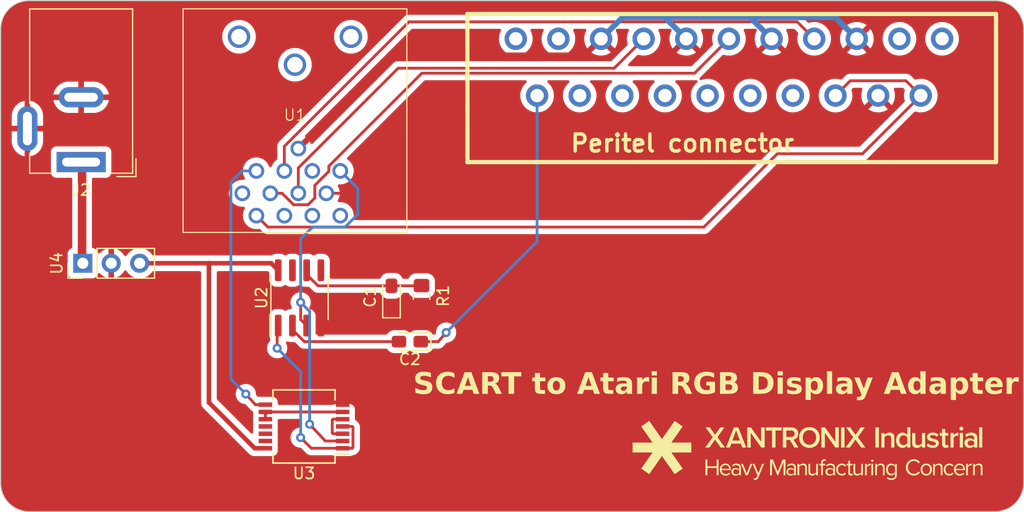
<source format=kicad_pcb>
(kicad_pcb (version 20221018) (generator pcbnew)

  (general
    (thickness 1.6)
  )

  (paper "A4")
  (layers
    (0 "F.Cu" signal)
    (31 "B.Cu" signal)
    (32 "B.Adhes" user "B.Adhesive")
    (33 "F.Adhes" user "F.Adhesive")
    (34 "B.Paste" user)
    (35 "F.Paste" user)
    (36 "B.SilkS" user "B.Silkscreen")
    (37 "F.SilkS" user "F.Silkscreen")
    (38 "B.Mask" user)
    (39 "F.Mask" user)
    (40 "Dwgs.User" user "User.Drawings")
    (41 "Cmts.User" user "User.Comments")
    (42 "Eco1.User" user "User.Eco1")
    (43 "Eco2.User" user "User.Eco2")
    (44 "Edge.Cuts" user)
    (45 "Margin" user)
    (46 "B.CrtYd" user "B.Courtyard")
    (47 "F.CrtYd" user "F.Courtyard")
    (48 "B.Fab" user)
    (49 "F.Fab" user)
    (50 "User.1" user)
    (51 "User.2" user)
    (52 "User.3" user)
    (53 "User.4" user)
    (54 "User.5" user)
    (55 "User.6" user)
    (56 "User.7" user)
    (57 "User.8" user)
    (58 "User.9" user)
  )

  (setup
    (pad_to_mask_clearance 0)
    (pcbplotparams
      (layerselection 0x00010fc_ffffffff)
      (plot_on_all_layers_selection 0x0000000_00000000)
      (disableapertmacros false)
      (usegerberextensions false)
      (usegerberattributes true)
      (usegerberadvancedattributes true)
      (creategerberjobfile true)
      (dashed_line_dash_ratio 12.000000)
      (dashed_line_gap_ratio 3.000000)
      (svgprecision 4)
      (plotframeref false)
      (viasonmask false)
      (mode 1)
      (useauxorigin false)
      (hpglpennumber 1)
      (hpglpenspeed 20)
      (hpglpendiameter 15.000000)
      (dxfpolygonmode true)
      (dxfimperialunits true)
      (dxfusepcbnewfont true)
      (psnegative false)
      (psa4output false)
      (plotreference true)
      (plotvalue true)
      (plotinvisibletext false)
      (sketchpadsonfab false)
      (subtractmaskfromsilk false)
      (outputformat 1)
      (mirror false)
      (drillshape 1)
      (scaleselection 1)
      (outputdirectory "")
    )
  )

  (net 0 "")
  (net 1 "GND")
  (net 2 "Net-(U2-INT)")
  (net 3 "CVBS")
  (net 4 "Net-(U2-VIDEO)")
  (net 5 "unconnected-(J1-P1-Pad1)")
  (net 6 "AUDIO_L")
  (net 7 "unconnected-(J1-P3-Pad3)")
  (net 8 "+9V")
  (net 9 "unconnected-(U1-+15V-Pad5)")
  (net 10 "VIDEO_B")
  (net 11 "unconnected-(J1-P8-Pad8)")
  (net 12 "unconnected-(J1-P10-Pad10)")
  (net 13 "VIDEO_G")
  (net 14 "unconnected-(J1-P12-Pad12)")
  (net 15 "unconnected-(J1-P14-Pad14)")
  (net 16 "VIDEO_R")
  (net 17 "unconnected-(J1-P16-Pad16)")
  (net 18 "unconnected-(J1-P18-Pad18)")
  (net 19 "unconnected-(J1-P19-Pad19)")
  (net 20 "unconnected-(J1-P21-Pad21)")
  (net 21 "unconnected-(U1-Pad2)")
  (net 22 "unconnected-(U1-Pad3)")
  (net 23 "unconnected-(U1-Pad4)")
  (net 24 "HSYNC")
  (net 25 "unconnected-(U1-Pad11)")
  (net 26 "VSYNC")
  (net 27 "Net-(U2-CSYNC)")
  (net 28 "unconnected-(U2-BURST-Pad5)")
  (net 29 "+5V")
  (net 30 "Net-(U3-Pad3)")
  (net 31 "Net-(U3-Pad10)")
  (net 32 "unconnected-(U2-O{slash}E-Pad7)")

  (footprint "Package_SO:SSOP-14_5.3x6.2mm_P0.65mm" (layer "F.Cu") (at 146.5 101.6 180))

  (footprint "Capacitor_Tantalum_SMD:CP_EIA-2012-15_AVX-P_Pad1.30x1.05mm_HandSolder" (layer "F.Cu") (at 155.961476 94.012608 180))

  (footprint "Connector_BarrelJack:BarrelJack_Wuerth_6941xx301002" (layer "F.Cu") (at 126.579723 77.950766 180))

  (footprint "Connector_PinHeader_2.54mm:PinHeader_1x03_P2.54mm_Vertical" (layer "F.Cu") (at 126.73 87 90))

  (footprint "Capacitor_Tantalum_SMD:CP_EIA-2012-15_AVX-P_Pad1.30x1.05mm_HandSolder" (layer "F.Cu") (at 154.318095 89.992608 90))

  (footprint "Resistor_SMD:R_0805_2012Metric_Pad1.20x1.40mm_HandSolder" (layer "F.Cu") (at 157 90 90))

  (footprint "sc1224-scart:SCART" (layer "F.Cu") (at 184.475 74.19964))

  (footprint "Package_SO:SOIC-8_3.9x4.9mm_P1.27mm" (layer "F.Cu") (at 146.1 90.1 90))

  (footprint "sc1224-scart:DIN-13" (layer "F.Cu") (at 145.69 64.24))

  (gr_poly
    (pts
      (xy 188.838051 105.630732)
      (xy 189.278319 104.555466)
      (xy 189.530202 104.555466)
      (xy 189.530202 105.967282)
      (xy 189.354517 105.967282)
      (xy 189.354517 104.792532)
      (xy 188.874035 105.967282)
      (xy 188.802068 105.967282)
      (xy 188.323702 104.792532)
      (xy 188.323702 105.967282)
      (xy 188.148018 105.967282)
      (xy 188.148018 104.555466)
      (xy 188.399901 104.555466)
    )

    (stroke (width 0) (type solid)) (fill solid) (layer "F.SilkS") (tstamp 0378f3d8-89a1-4f7f-bf26-27f03658d852))
  (gr_poly
    (pts
      (xy 204.983237 102.43192)
      (xy 204.973876 102.430022)
      (xy 204.964009 102.428378)
      (xy 204.953636 102.426986)
      (xy 204.942756 102.425848)
      (xy 204.931371 102.424962)
      (xy 204.91948 102.42433)
      (xy 204.907082 102.42395)
      (xy 204.894178 102.423824)
      (xy 204.882931 102.424059)
      (xy 204.871474 102.424755)
      (xy 204.848031 102.427482)
      (xy 204.824059 102.4319)
      (xy 204.799766 102.437908)
      (xy 204.775362 102.445402)
      (xy 204.751057 102.454279)
      (xy 204.72706 102.464438)
      (xy 204.703581 102.475775)
      (xy 204.680829 102.488186)
      (xy 204.659014 102.501571)
      (xy 204.638346 102.515825)
      (xy 204.619034 102.530846)
      (xy 204.601287 102.546531)
      (xy 204.585315 102.562778)
      (xy 204.57806 102.571079)
      (xy 204.571327 102.579483)
      (xy 204.565143 102.587975)
      (xy 204.559534 102.596544)
      (xy 204.559534 103.484433)
      (xy 204.276163 103.484433)
      (xy 204.276163 102.180936)
      (xy 204.559531 102.180936)
      (xy 204.559531 102.372547)
      (xy 204.578432 102.349604)
      (xy 204.598658 102.327396)
      (xy 204.620141 102.306026)
      (xy 204.642813 102.285597)
      (xy 204.666609 102.266212)
      (xy 204.69146 102.247973)
      (xy 204.717299 102.230983)
      (xy 204.744059 102.215345)
      (xy 204.771673 102.201162)
      (xy 204.800074 102.188537)
      (xy 204.829195 102.177572)
      (xy 204.858967 102.16837)
      (xy 204.889325 102.161034)
      (xy 204.920201 102.155667)
      (xy 204.951527 102.152371)
      (xy 204.983237 102.15125)
    )

    (stroke (width 0) (type solid)) (fill solid) (layer "F.SilkS") (tstamp 11791065-51e6-4f12-a9c4-81a16e9f7aa6))
  (gr_poly
    (pts
      (xy 183.44574 102.558761)
      (xy 184.11773 103.484433)
      (xy 183.739905 103.484433)
      (xy 183.235239 102.780059)
      (xy 182.730572 103.484433)
      (xy 182.352748 103.484433)
      (xy 183.027435 102.56146)
      (xy 182.393229 101.684366)
      (xy 182.771054 101.684366)
      (xy 183.235239 102.34556)
      (xy 183.696725 101.684366)
      (xy 184.077248 101.684366)
    )

    (stroke (width 0) (type solid)) (fill solid) (layer "F.SilkS") (tstamp 15ba6a5c-77a2-4ee2-88e4-da2a25269948))
  (gr_poly
    (pts
      (xy 191.160828 104.920799)
      (xy 191.179375 104.922384)
      (xy 191.197322 104.924605)
      (xy 191.214666 104.927463)
      (xy 191.231404 104.93096)
      (xy 191.247536 104.935096)
      (xy 191.263059 104.939872)
      (xy 191.277971 104.945291)
      (xy 191.29227 104.951352)
      (xy 191.305954 104.958058)
      (xy 191.319022 104.965409)
      (xy 191.331472 104.973406)
      (xy 191.3433 104.982051)
      (xy 191.354507 104.991345)
      (xy 191.365089 105.001289)
      (xy 191.375045 105.011883)
      (xy 191.384372 105.023131)
      (xy 191.393069 105.035031)
      (xy 191.401134 105.047587)
      (xy 191.408565 105.060798)
      (xy 191.41536 105.074665)
      (xy 191.421518 105.089192)
      (xy 191.427035 105.104377)
      (xy 191.43191 105.120223)
      (xy 191.436142 105.13673)
      (xy 191.439728 105.1539)
      (xy 191.442666 105.171734)
      (xy 191.444955 105.190233)
      (xy 191.446592 105.209398)
      (xy 191.447576 105.229231)
      (xy 191.447904 105.249732)
      (xy 191.447904 105.967282)
      (xy 191.289153 105.967282)
      (xy 191.289153 105.298416)
      (xy 191.288888 105.281907)
      (xy 191.288097 105.266104)
      (xy 191.28679 105.250997)
      (xy 191.284973 105.236574)
      (xy 191.282656 105.222821)
      (xy 191.279847 105.209728)
      (xy 191.276552 105.197283)
      (xy 191.272782 105.185472)
      (xy 191.268543 105.174285)
      (xy 191.263845 105.163708)
      (xy 191.258694 105.153731)
      (xy 191.2531 105.144342)
      (xy 191.24707 105.135527)
      (xy 191.240612 105.127275)
      (xy 191.233735 105.119575)
      (xy 191.226447 105.112414)
      (xy 191.218756 105.10578)
      (xy 191.21067 105.09966)
      (xy 191.202197 105.094044)
      (xy 191.193345 105.08892)
      (xy 191.184123 105.084274)
      (xy 191.174539 105.080095)
      (xy 191.1646 105.076371)
      (xy 191.154315 105.07309)
      (xy 191.143693 105.07024)
      (xy 191.13274 105.067809)
      (xy 191.109878 105.064156)
      (xy 191.085794 105.062035)
      (xy 191.060553 105.061349)
      (xy 191.048866 105.06157)
      (xy 191.037225 105.062225)
      (xy 191.025641 105.063301)
      (xy 191.014123 105.064784)
      (xy 191.002681 105.066664)
      (xy 190.991325 105.068925)
      (xy 190.980064 105.071557)
      (xy 190.968908 105.074545)
      (xy 190.94695 105.081542)
      (xy 190.925529 105.089812)
      (xy 190.904721 105.099255)
      (xy 190.884605 105.109768)
      (xy 190.865258 105.121248)
      (xy 190.846757 105.133593)
      (xy 190.82918 105.1467)
      (xy 190.812605 105.160469)
      (xy 190.797109 105.174795)
      (xy 190.782769 105.189577)
      (xy 190.769664 105.204712)
      (xy 190.757869 105.220099)
      (xy 190.757869 105.967282)
      (xy 190.59912 105.967282)
      (xy 190.59912 104.944932)
      (xy 190.757869 104.944932)
      (xy 190.757869 105.093099)
      (xy 190.772144 105.077197)
      (xy 190.787925 105.061333)
      (xy 190.805132 105.045641)
      (xy 190.823685 105.03026)
      (xy 190.843503 105.015326)
      (xy 190.864505 105.000974)
      (xy 190.886612 104.987342)
      (xy 190.909741 104.974566)
      (xy 190.933813 104.962781)
      (xy 190.958747 104.952126)
      (xy 190.984462 104.942735)
      (xy 191.010878 104.934746)
      (xy 191.037914 104.928295)
      (xy 191.065489 104.923518)
      (xy 191.093524 104.920551)
      (xy 191.121936 104.919532)
    )

    (stroke (width 0) (type solid)) (fill solid) (layer "F.SilkS") (tstamp 1c45b8db-8572-427c-84dd-c1b3ae256d39))
  (gr_poly
    (pts
      (xy 201.033722 104.532534)
      (xy 201.057012 104.533577)
      (xy 201.079826 104.535296)
      (xy 201.102168 104.537677)
      (xy 201.124042 104.540705)
      (xy 201.145452 104.544364)
      (xy 201.166401 104.548639)
      (xy 201.186893 104.553515)
      (xy 201.206933 104.558977)
      (xy 201.226524 104.56501)
      (xy 201.24567 104.571599)
      (xy 201.264375 104.578729)
      (xy 201.282643 104.586384)
      (xy 201.300477 104.59455)
      (xy 201.317882 104.603211)
      (xy 201.334862 104.612352)
      (xy 201.35142 104.621958)
      (xy 201.36756 104.632014)
      (xy 201.383286 104.642505)
      (xy 201.398601 104.653416)
      (xy 201.428019 104.676436)
      (xy 201.455842 104.700954)
      (xy 201.482103 104.726848)
      (xy 201.506832 104.753999)
      (xy 201.530061 104.782284)
      (xy 201.551819 104.811583)
      (xy 201.403653 104.894133)
      (xy 201.387814 104.872293)
      (xy 201.370502 104.851278)
      (xy 201.351783 104.831169)
      (xy 201.33172 104.812046)
      (xy 201.310381 104.793989)
      (xy 201.287828 104.777079)
      (xy 201.264129 104.761398)
      (xy 201.239348 104.747024)
      (xy 201.213549 104.73404)
      (xy 201.186799 104.722526)
      (xy 201.159161 104.712561)
      (xy 201.130702 104.704228)
      (xy 201.101487 104.697606)
      (xy 201.07158 104.692776)
      (xy 201.041047 104.68982)
      (xy 201.009952 104.688816)
      (xy 200.981779 104.689506)
      (xy 200.954034 104.691561)
      (xy 200.926746 104.694953)
      (xy 200.899948 104.69966)
      (xy 200.873669 104.705654)
      (xy 200.847939 104.712912)
      (xy 200.822791 104.721408)
      (xy 200.798253 104.731116)
      (xy 200.774357 104.742012)
      (xy 200.751134 104.75407)
      (xy 200.728614 104.767266)
      (xy 200.706828 104.781573)
      (xy 200.685805 104.796967)
      (xy 200.665578 104.813423)
      (xy 200.646176 104.830915)
      (xy 200.627631 104.849418)
      (xy 200.609972 104.868907)
      (xy 200.59323 104.889357)
      (xy 200.577437 104.910743)
      (xy 200.562622 104.933039)
      (xy 200.548816 104.95622)
      (xy 200.536051 104.980261)
      (xy 200.524355 105.005137)
      (xy 200.513761 105.030823)
      (xy 200.504299 105.057293)
      (xy 200.495998 105.084522)
      (xy 200.488891 105.112486)
      (xy 200.483008 105.141158)
      (xy 200.478378 105.170514)
      (xy 200.475033 105.200529)
      (xy 200.473004 105.231176)
      (xy 200.472321 105.262432)
      (xy 200.473004 105.293502)
      (xy 200.475033 105.323987)
      (xy 200.478378 105.353862)
      (xy 200.483008 105.383099)
      (xy 200.488891 105.411673)
      (xy 200.495998 105.439556)
      (xy 200.504299 105.466724)
      (xy 200.513761 105.493149)
      (xy 200.524355 105.518805)
      (xy 200.536051 105.543666)
      (xy 200.548816 105.567705)
      (xy 200.562622 105.590896)
      (xy 200.577437 105.613213)
      (xy 200.59323 105.634629)
      (xy 200.609972 105.655118)
      (xy 200.627631 105.674653)
      (xy 200.646176 105.693209)
      (xy 200.665578 105.710759)
      (xy 200.685805 105.727276)
      (xy 200.706828 105.742734)
      (xy 200.728614 105.757107)
      (xy 200.751134 105.770368)
      (xy 200.774357 105.782492)
      (xy 200.798253 105.793451)
      (xy 200.822791 105.80322)
      (xy 200.847939 105.811772)
      (xy 200.873669 105.81908)
      (xy 200.899948 105.825119)
      (xy 200.926746 105.829861)
      (xy 200.954034 105.833281)
      (xy 200.981779 105.835353)
      (xy 201.009952 105.836049)
      (xy 201.025566 105.835803)
      (xy 201.041047 105.835069)
      (xy 201.056388 105.833857)
      (xy 201.07158 105.832175)
      (xy 201.086616 105.830034)
      (xy 201.101487 105.82744)
      (xy 201.116185 105.824404)
      (xy 201.130702 105.820935)
      (xy 201.14503 105.81704)
      (xy 201.159161 105.81273)
      (xy 201.186799 105.802898)
      (xy 201.213549 105.791509)
      (xy 201.239348 105.778635)
      (xy 201.264129 105.764347)
      (xy 201.287828 105.748716)
      (xy 201.310381 105.731814)
      (xy 201.33172 105.713712)
      (xy 201.351783 105.694482)
      (xy 201.370502 105.674194)
      (xy 201.387814 105.652921)
      (xy 201.403653 105.630733)
      (xy 201.553937 105.713282)
      (xy 201.531108 105.74293)
      (xy 201.507036 105.771474)
      (xy 201.481667 105.798803)
      (xy 201.45495 105.824804)
      (xy 201.426831 105.849367)
      (xy 201.397258 105.87238)
      (xy 201.366179 105.89373)
      (xy 201.333539 105.913307)
      (xy 201.299288 105.930999)
      (xy 201.263371 105.946694)
      (xy 201.225736 105.960281)
      (xy 201.186331 105.971648)
      (xy 201.145103 105.980683)
      (xy 201.101999 105.987275)
      (xy 201.056966 105.991312)
      (xy 201.009952 105.992682)
      (xy 201.009952 105.992683)
      (xy 200.972691 105.99182)
      (xy 200.935944 105.989249)
      (xy 200.899756 105.985)
      (xy 200.864171 105.979102)
      (xy 200.829233 105.971584)
      (xy 200.794984 105.962475)
      (xy 200.76147 105.951805)
      (xy 200.728734 105.939601)
      (xy 200.696819 105.925893)
      (xy 200.66577 105.910711)
      (xy 200.63563 105.894083)
      (xy 200.606443 105.876039)
      (xy 200.578253 105.856607)
      (xy 200.551103 105.835817)
      (xy 200.525038 105.813697)
      (xy 200.500101 105.790277)
      (xy 200.476336 105.765585)
      (xy 200.453787 105.739652)
      (xy 200.432498 105.712505)
      (xy 200.412512 105.684175)
      (xy 200.393873 105.654689)
      (xy 200.376625 105.624078)
      (xy 200.360812 105.592369)
      (xy 200.346478 105.559593)
      (xy 200.333665 105.525778)
      (xy 200.32242 105.490954)
      (xy 200.312784 105.455149)
      (xy 200.304802 105.418393)
      (xy 200.298517 105.380714)
      (xy 200.293974 105.342141)
      (xy 200.291216 105.302705)
      (xy 200.290287 105.262433)
      (xy 200.291216 105.222161)
      (xy 200.293974 105.182725)
      (xy 200.298517 105.144152)
      (xy 200.304801 105.106473)
      (xy 200.312784 105.069717)
      (xy 200.322419 105.033912)
      (xy 200.333665 104.999088)
      (xy 200.346477 104.965273)
      (xy 200.360811 104.932497)
      (xy 200.376624 104.900788)
      (xy 200.393872 104.870177)
      (xy 200.412511 104.840691)
      (xy 200.432497 104.812361)
      (xy 200.453786 104.785214)
      (xy 200.476335 104.75928)
      (xy 200.5001 104.734589)
      (xy 200.525037 104.711169)
      (xy 200.551102 104.689049)
      (xy 200.578251 104.668259)
      (xy 200.606442 104.648827)
      (xy 200.635628 104.630782)
      (xy 200.665769 104.614155)
      (xy 200.696818 104.598972)
      (xy 200.728733 104.585265)
      (xy 200.761469 104.573061)
      (xy 200.794983 104.56239)
      (xy 200.829232 104.553281)
      (xy 200.86417 104.545764)
      (xy 200.899756 104.539866)
      (xy 200.935944 104.535617)
      (xy 200.97269 104.533046)
      (xy 201.009952 104.532183)
    )

    (stroke (width 0) (type solid)) (fill solid) (layer "F.SilkS") (tstamp 210fe200-419b-445a-ab85-b69345f8354b))
  (gr_poly
    (pts
      (xy 205.390168 103.484433)
      (xy 205.1068 103.484433)
      (xy 205.1068 102.180936)
      (xy 205.390168 102.180936)
    )

    (stroke (width 0) (type solid)) (fill solid) (layer "F.SilkS") (tstamp 2f88cdb6-5dfe-428e-aed2-ff3165081391))
  (gr_poly
    (pts
      (xy 207.116678 103.484433)
      (xy 206.83331 103.484433)
      (xy 206.83331 101.684366)
      (xy 207.116678 101.684366)
    )

    (stroke (width 0) (type solid)) (fill solid) (layer "F.SilkS") (tstamp 31135c56-27c4-44ce-97c8-a23bd17d4a66))
  (gr_poly
    (pts
      (xy 197.285912 104.559834)
      (xy 197.291367 104.560236)
      (xy 197.296747 104.560899)
      (xy 197.302043 104.561815)
      (xy 197.307249 104.56298)
      (xy 197.312358 104.564387)
      (xy 197.317364 104.566029)
      (xy 197.322259 104.567901)
      (xy 197.327035 104.569996)
      (xy 197.331687 104.572308)
      (xy 197.336208 104.574831)
      (xy 197.340589 104.577558)
      (xy 197.344825 104.580484)
      (xy 197.348908 104.583602)
      (xy 197.352831 104.586906)
      (xy 197.356588 104.59039)
      (xy 197.360171 104.594048)
      (xy 197.363574 104.597873)
      (xy 197.366789 104.60186)
      (xy 197.369809 104.606001)
      (xy 197.372628 104.610291)
      (xy 197.375238 104.614724)
      (xy 197.377633 104.619293)
      (xy 197.379805 104.623993)
      (xy 197.381748 104.628816)
      (xy 197.383455 104.633757)
      (xy 197.384918 104.63881)
      (xy 197.386131 104.643969)
      (xy 197.387086 104.649226)
      (xy 197.387777 104.654577)
      (xy 197.388197 104.660014)
      (xy 197.388338 104.665532)
      (xy 197.388197 104.671056)
      (xy 197.387777 104.676511)
      (xy 197.387086 104.681891)
      (xy 197.386131 104.687187)
      (xy 197.384918 104.692393)
      (xy 197.383455 104.697502)
      (xy 197.381748 104.702508)
      (xy 197.379805 104.707403)
      (xy 197.377633 104.712179)
      (xy 197.375238 104.716831)
      (xy 197.372628 104.721352)
      (xy 197.369809 104.725733)
      (xy 197.366789 104.729969)
      (xy 197.363574 104.734052)
      (xy 197.360171 104.737976)
      (xy 197.356588 104.741732)
      (xy 197.352831 104.745315)
      (xy 197.348908 104.748718)
      (xy 197.344825 104.751933)
      (xy 197.340589 104.754953)
      (xy 197.336208 104.757772)
      (xy 197.331687 104.760382)
      (xy 197.327035 104.762777)
      (xy 197.322259 104.76495)
      (xy 197.317364 104.766892)
      (xy 197.312358 104.768599)
      (xy 197.307249 104.770062)
      (xy 197.302043 104.771275)
      (xy 197.296747 104.77223)
      (xy 197.291367 104.772921)
      (xy 197.285912 104.773341)
      (xy 197.280388 104.773482)
      (xy 197.275057 104.773341)
      (xy 197.269782 104.772921)
      (xy 197.264571 104.77223)
      (xy 197.259432 104.771275)
      (xy 197.254373 104.770062)
      (xy 197.249399 104.768599)
      (xy 197.24452 104.766892)
      (xy 197.239742 104.76495)
      (xy 197.235072 104.762777)
      (xy 197.230518 104.760382)
      (xy 197.226087 104.757772)
      (xy 197.221787 104.754953)
      (xy 197.217625 104.751933)
      (xy 197.213608 104.748718)
      (xy 197.209744 104.745315)
      (xy 197.20604 104.741732)
      (xy 197.202504 104.737976)
      (xy 197.199142 104.734052)
      (xy 197.195962 104.729969)
      (xy 197.192972 104.725733)
      (xy 197.190179 104.721352)
      (xy 197.18759 104.716831)
      (xy 197.185213 104.712179)
      (xy 197.183055 104.707403)
      (xy 197.181123 104.702508)
      (xy 197.179424 104.697502)
      (xy 197.177967 104.692393)
      (xy 197.176758 104.687187)
      (xy 197.175805 104.681891)
      (xy 197.175116 104.676511)
      (xy 197.174696 104.671056)
      (xy 197.174555 104.665532)
      (xy 197.174696 104.660014)
      (xy 197.175116 104.654577)
      (xy 197.175805 104.649226)
      (xy 197.176758 104.643969)
      (xy 197.177967 104.63881)
      (xy 197.179424 104.633757)
      (xy 197.181123 104.628816)
      (xy 197.183055 104.623993)
      (xy 197.185213 104.619293)
      (xy 197.18759 104.614724)
      (xy 197.190179 104.610291)
      (xy 197.192972 104.606001)
      (xy 197.195962 104.60186)
      (xy 197.199142 104.597873)
      (xy 197.202504 104.594048)
      (xy 197.20604 104.59039)
      (xy 197.209744 104.586906)
      (xy 197.213608 104.583602)
      (xy 197.217625 104.580484)
      (xy 197.221787 104.577558)
      (xy 197.226087 104.574831)
      (xy 197.230518 104.572308)
      (xy 197.235072 104.569996)
      (xy 197.239742 104.567901)
      (xy 197.24452 104.566029)
      (xy 197.249399 104.564387)
      (xy 197.254373 104.56298)
      (xy 197.259432 104.561815)
      (xy 197.264571 104.560899)
      (xy 197.269782 104.560236)
      (xy 197.275057 104.559834)
      (xy 197.280388 104.559699)
    )

    (stroke (width 0) (type solid)) (fill solid) (layer "F.SilkS") (tstamp 3275e35f-bc01-4c7a-b95d-b311fa6e00b2))
  (gr_poly
    (pts
      (xy 191.718215 101.655827)
      (xy 191.76737 101.659236)
      (xy 191.81551 101.664862)
      (xy 191.862597 101.672659)
      (xy 191.908588 101.682581)
      (xy 191.953444 101.694582)
      (xy 191.997123 101.708616)
      (xy 192.039586 101.724636)
      (xy 192.080792 101.742598)
      (xy 192.1207 101.762455)
      (xy 192.15927 101.784161)
      (xy 192.196461 101.80767)
      (xy 192.232233 101.832937)
      (xy 192.266546 101.859915)
      (xy 192.299358 101.888558)
      (xy 192.330629 101.91882)
      (xy 192.360319 101.950656)
      (xy 192.388387 101.984019)
      (xy 192.414793 102.018864)
      (xy 192.439496 102.055144)
      (xy 192.462456 102.092813)
      (xy 192.483631 102.131827)
      (xy 192.502983 102.172138)
      (xy 192.520469 102.213701)
      (xy 192.53605 102.256469)
      (xy 192.549685 102.300397)
      (xy 192.561333 102.345439)
      (xy 192.570955 102.391549)
      (xy 192.578509 102.438681)
      (xy 192.583954 102.486789)
      (xy 192.587251 102.535827)
      (xy 192.58836 102.585749)
      (xy 192.587251 102.63567)
      (xy 192.583954 102.684708)
      (xy 192.578509 102.732816)
      (xy 192.570955 102.779948)
      (xy 192.561333 102.826058)
      (xy 192.549685 102.8711)
      (xy 192.53605 102.915028)
      (xy 192.520469 102.957797)
      (xy 192.502983 102.999359)
      (xy 192.483632 103.03967)
      (xy 192.462456 103.078684)
      (xy 192.439497 103.116353)
      (xy 192.414794 103.152634)
      (xy 192.388388 103.187478)
      (xy 192.36032 103.220841)
      (xy 192.33063 103.252677)
      (xy 192.299358 103.28294)
      (xy 192.266546 103.311583)
      (xy 192.232234 103.33856)
      (xy 192.196462 103.363827)
      (xy 192.159271 103.387336)
      (xy 192.120701 103.409042)
      (xy 192.080792 103.428899)
      (xy 192.039587 103.446861)
      (xy 191.997124 103.462881)
      (xy 191.953444 103.476915)
      (xy 191.908588 103.488916)
      (xy 191.862597 103.498838)
      (xy 191.815511 103.506635)
      (xy 191.76737 103.512261)
      (xy 191.718215 103.515671)
      (xy 191.668087 103.516817)
      (xy 191.617958 103.515671)
      (xy 191.568804 103.512261)
      (xy 191.520663 103.506635)
      (xy 191.473577 103.498838)
      (xy 191.427585 103.488916)
      (xy 191.38273 103.476915)
      (xy 191.33905 103.462881)
      (xy 191.296587 103.446861)
      (xy 191.255382 103.428899)
      (xy 191.215473 103.409042)
      (xy 191.176903 103.387336)
      (xy 191.139712 103.363827)
      (xy 191.10394 103.33856)
      (xy 191.069628 103.311583)
      (xy 191.036816 103.28294)
      (xy 191.005544 103.252677)
      (xy 190.975854 103.220841)
      (xy 190.947786 103.187478)
      (xy 190.92138 103.152634)
      (xy 190.896677 103.116353)
      (xy 190.873718 103.078684)
      (xy 190.852542 103.03967)
      (xy 190.833191 102.999359)
      (xy 190.815704 102.957797)
      (xy 190.800123 102.915028)
      (xy 190.786488 102.8711)
      (xy 190.77484 102.826058)
      (xy 190.765219 102.779948)
      (xy 190.757665 102.732816)
      (xy 190.752219 102.684708)
      (xy 190.748922 102.63567)
      (xy 190.747814 102.585749)
      (xy 191.071663 102.585749)
      (xy 191.07234 102.620144)
      (xy 191.074359 102.653982)
      (xy 191.077701 102.687229)
      (xy 191.082348 102.719848)
      (xy 191.088281 102.751805)
      (xy 191.095484 102.783065)
      (xy 191.103936 102.813593)
      (xy 191.11362 102.843353)
      (xy 191.124518 102.87231)
      (xy 191.136612 102.90043)
      (xy 191.149882 102.927678)
      (xy 191.164312 102.954017)
      (xy 191.179881 102.979414)
      (xy 191.196573 103.003833)
      (xy 191.214369 103.027238)
      (xy 191.233251 103.049596)
      (xy 191.2532 103.070871)
      (xy 191.274198 103.091027)
      (xy 191.296227 103.11003)
      (xy 191.319268 103.127844)
      (xy 191.343304 103.144435)
      (xy 191.368315 103.159767)
      (xy 191.394285 103.173806)
      (xy 191.421193 103.186516)
      (xy 191.449023 103.197861)
      (xy 191.477756 103.207808)
      (xy 191.507373 103.216321)
      (xy 191.537856 103.223365)
      (xy 191.569188 103.228905)
      (xy 191.601349 103.232905)
      (xy 191.634321 103.235331)
      (xy 191.668087 103.236147)
      (xy 191.701615 103.235331)
      (xy 191.73438 103.232905)
      (xy 191.766362 103.228905)
      (xy 191.797542 103.223365)
      (xy 191.8279 103.216321)
      (xy 191.857415 103.207808)
      (xy 191.886069 103.197861)
      (xy 191.913841 103.186516)
      (xy 191.940712 103.173806)
      (xy 191.966662 103.159767)
      (xy 191.991671 103.144435)
      (xy 192.015719 103.127844)
      (xy 192.038787 103.11003)
      (xy 192.060854 103.091027)
      (xy 192.081902 103.070871)
      (xy 192.10191 103.049596)
      (xy 192.120859 103.027238)
      (xy 192.138728 103.003833)
      (xy 192.155499 102.979414)
      (xy 192.17115 102.954017)
      (xy 192.185663 102.927678)
      (xy 192.199018 102.90043)
      (xy 192.211195 102.87231)
      (xy 192.222173 102.843353)
      (xy 192.231935 102.813593)
      (xy 192.240458 102.783065)
      (xy 192.247725 102.751805)
      (xy 192.253715 102.719848)
      (xy 192.258408 102.687229)
      (xy 192.261785 102.653982)
      (xy 192.263825 102.620144)
      (xy 192.26451 102.585749)
      (xy 192.263825 102.551116)
      (xy 192.261785 102.51707)
      (xy 192.258408 102.483645)
      (xy 192.253715 102.450874)
      (xy 192.247725 102.418791)
      (xy 192.240459 102.38743)
      (xy 192.231935 102.356824)
      (xy 192.222174 102.327006)
      (xy 192.211195 102.29801)
      (xy 192.199018 102.269871)
      (xy 192.185663 102.242621)
      (xy 192.17115 102.216294)
      (xy 192.155499 102.190924)
      (xy 192.138729 102.166544)
      (xy 192.120859 102.143187)
      (xy 192.101911 102.120889)
      (xy 192.081903 102.099681)
      (xy 192.060855 102.079598)
      (xy 192.038787 102.060674)
      (xy 192.01572 102.042941)
      (xy 191.991671 102.026434)
      (xy 191.966663 102.011186)
      (xy 191.940713 101.997231)
      (xy 191.913842 101.984602)
      (xy 191.88607 101.973333)
      (xy 191.857416 101.963457)
      (xy 191.8279 101.955009)
      (xy 191.797543 101.948021)
      (xy 191.766363 101.942528)
      (xy 191.73438 101.938562)
      (xy 191.701615 101.936159)
      (xy 191.668087 101.93535)
      (xy 191.634321 101.936159)
      (xy 191.601349 101.938562)
      (xy 191.569188 101.942528)
      (xy 191.537856 101.948021)
      (xy 191.507373 101.955009)
      (xy 191.477756 101.963457)
      (xy 191.449023 101.973333)
      (xy 191.421193 101.984602)
      (xy 191.394285 101.997231)
      (xy 191.368315 102.011186)
      (xy 191.343304 102.026434)
      (xy 191.319268 102.042941)
      (xy 191.296227 102.060674)
      (xy 191.274198 102.079598)
      (xy 191.2532 102.099681)
      (xy 191.233251 102.120889)
      (xy 191.214369 102.143187)
      (xy 191.196573 102.166544)
      (xy 191.179881 102.190924)
      (xy 191.164312 102.216294)
      (xy 191.149882 102.242621)
      (xy 191.136612 102.269871)
      (xy 191.124518 102.29801)
      (xy 191.11362 102.327006)
      (xy 191.103936 102.356824)
      (xy 191.095484 102.38743)
      (xy 191.088281 102.418791)
      (xy 191.082348 102.450874)
      (xy 191.077701 102.483645)
      (xy 191.074359 102.51707)
      (xy 191.07234 102.551116)
      (xy 191.071663 102.585749)
      (xy 190.747814 102.585749)
      (xy 190.748922 102.535827)
      (xy 190.752219 102.486789)
      (xy 190.757665 102.438681)
      (xy 190.765219 102.391549)
      (xy 190.77484 102.345439)
      (xy 190.786488 102.300397)
      (xy 190.800123 102.256469)
      (xy 190.815704 102.213701)
      (xy 190.83319 102.172138)
      (xy 190.852542 102.131827)
      (xy 190.873717 102.092814)
      (xy 190.896677 102.055144)
      (xy 190.92138 102.018864)
      (xy 190.947786 101.984019)
      (xy 190.975854 101.950656)
      (xy 191.005544 101.91882)
      (xy 191.036815 101.888558)
      (xy 191.069627 101.859915)
      (xy 191.103939 101.832937)
      (xy 191.139711 101.807671)
      (xy 191.176903 101.784161)
      (xy 191.215473 101.762455)
      (xy 191.255381 101.742598)
      (xy 191.296587 101.724637)
      (xy 191.33905 101.708616)
      (xy 191.382729 101.694582)
      (xy 191.427585 101.682581)
      (xy 191.473576 101.672659)
      (xy 191.520663 101.664862)
      (xy 191.568803 101.659236)
      (xy 191.617958 101.655827)
      (xy 191.668087 101.65468)
    )

    (stroke (width 0) (type solid)) (fill solid) (layer "F.SilkS") (tstamp 35689f5c-b678-4dfc-a1d4-0516da779944))
  (gr_poly
    (pts
      (xy 186.153063 105.967282)
      (xy 185.979496 105.967282)
      (xy 185.554046 104.944932)
      (xy 185.725496 104.944932)
      (xy 186.066279 105.783132)
      (xy 186.404946 104.944932)
      (xy 186.578512 104.944932)
    )

    (stroke (width 0) (type solid)) (fill solid) (layer "F.SilkS") (tstamp 36526ae1-604f-4d4b-b000-7580059c5ad4))
  (gr_poly
    (pts
      (xy 181.093701 103.920995)
      (xy 175.881409 103.920995)
      (xy 175.881409 103.04787)
      (xy 181.093701 103.04787)
    )

    (stroke (width 0.026499) (type solid)) (fill solid) (layer "F.SilkS") (tstamp 3a45fb32-622a-4b89-86b0-a69635873843))
  (gr_poly
    (pts
      (xy 186.018758 103.484433)
      (xy 185.673317 103.484433)
      (xy 185.541079 103.138992)
      (xy 184.688274 103.138992)
      (xy 184.556036 103.484433)
      (xy 184.210596 103.484433)
      (xy 184.455474 102.861021)
      (xy 184.777333 102.861021)
      (xy 185.452021 102.861021)
      (xy 185.114677 101.951543)
      (xy 184.777333 102.861021)
      (xy 184.455474 102.861021)
      (xy 184.917669 101.684366)
      (xy 185.311686 101.684366)
    )

    (stroke (width 0) (type solid)) (fill solid) (layer "F.SilkS") (tstamp 3bc7adfd-8f62-4722-a9ed-b6758647da34))
  (gr_poly
    (pts
      (xy 204.19373 104.919753)
      (xy 204.210533 104.920412)
      (xy 204.226905 104.921499)
      (xy 204.242855 104.923004)
      (xy 204.258391 104.924919)
      (xy 204.273521 104.927233)
      (xy 204.288254 104.929939)
      (xy 204.302597 104.933025)
      (xy 204.316559 104.936484)
      (xy 204.330148 104.940305)
      (xy 204.343371 104.94448)
      (xy 204.356238 104.949)
      (xy 204.368755 104.953853)
      (xy 204.380932 104.959033)
      (xy 204.392777 104.964529)
      (xy 204.404297 104.970332)
      (xy 204.415501 104.976432)
      (xy 204.426397 104.982821)
      (xy 204.436992 104.989489)
      (xy 204.447296 104.996426)
      (xy 204.467061 105.011073)
      (xy 204.485756 105.026688)
      (xy 204.503447 105.043195)
      (xy 204.520198 105.060521)
      (xy 204.536074 105.078592)
      (xy 204.551142 105.097332)
      (xy 204.445307 105.194698)
      (xy 204.432384 105.177853)
      (xy 204.419015 105.162229)
      (xy 204.405199 105.147808)
      (xy 204.390936 105.134572)
      (xy 204.376227 105.122501)
      (xy 204.361071 105.111578)
      (xy 204.345469 105.101783)
      (xy 204.329421 105.093098)
      (xy 204.312925 105.085505)
      (xy 204.295984 105.078984)
      (xy 204.278596 105.073518)
      (xy 204.260761 105.069087)
      (xy 204.24248 105.065674)
      (xy 204.223752 105.063258)
      (xy 204.204579 105.061823)
      (xy 204.184958 105.061348)
      (xy 204.164763 105.061835)
      (xy 204.14506 105.063281)
      (xy 204.125861 105.065668)
      (xy 204.107175 105.068976)
      (xy 204.089011 105.073184)
      (xy 204.071379 105.078273)
      (xy 204.054289 105.084223)
      (xy 204.037751 105.091015)
      (xy 204.021773 105.098628)
      (xy 204.006367 105.107043)
      (xy 203.991541 105.11624)
      (xy 203.977306 105.1262)
      (xy 203.96367 105.136902)
      (xy 203.950645 105.148327)
      (xy 203.938238 105.160456)
      (xy 203.926461 105.173267)
      (xy 203.915322 105.186742)
      (xy 203.904832 105.200861)
      (xy 203.895 105.215603)
      (xy 203.885835 105.23095)
      (xy 203.877348 105.246882)
      (xy 203.869548 105.263378)
      (xy 203.862445 105.280419)
      (xy 203.856049 105.297985)
      (xy 203.850369 105.316057)
      (xy 203.845415 105.334614)
      (xy 203.841196 105.353637)
      (xy 203.837723 105.373106)
      (xy 203.835004 105.393002)
      (xy 203.833051 105.413304)
      (xy 203.831872 105.433992)
      (xy 203.831476 105.455048)
      (xy 203.831872 105.47611)
      (xy 203.833051 105.496817)
      (xy 203.835004 105.517148)
      (xy 203.837723 105.537082)
      (xy 203.841196 105.556599)
      (xy 203.845415 105.575678)
      (xy 203.850369 105.5943)
      (xy 203.856049 105.612443)
      (xy 203.862445 105.630086)
      (xy 203.869548 105.64721)
      (xy 203.877348 105.663794)
      (xy 203.885835 105.679816)
      (xy 203.895 105.695258)
      (xy 203.904832 105.710097)
      (xy 203.915322 105.724314)
      (xy 203.926461 105.737888)
      (xy 203.938238 105.750799)
      (xy 203.950645 105.763025)
      (xy 203.96367 105.774547)
      (xy 203.977306 105.785344)
      (xy 203.991541 105.795395)
      (xy 204.006367 105.804679)
      (xy 204.021773 105.813177)
      (xy 204.037751 105.820868)
      (xy 204.054289 105.827731)
      (xy 204.071379 105.833745)
      (xy 204.089011 105.838891)
      (xy 204.107175 105.843147)
      (xy 204.125861 105.846493)
      (xy 204.14506 105.848908)
      (xy 204.164763 105.850372)
      (xy 204.184958 105.850865)
      (xy 204.204579 105.850367)
      (xy 204.223752 105.848868)
      (xy 204.24248 105.846358)
      (xy 204.260761 105.842828)
      (xy 204.278595 105.838269)
      (xy 204.295983 105.832671)
      (xy 204.312924 105.826025)
      (xy 204.329419 105.818322)
      (xy 204.345468 105.809552)
      (xy 204.36107 105.799706)
      (xy 204.376226 105.788775)
      (xy 204.390935 105.776749)
      (xy 204.405198 105.76362)
      (xy 204.419014 105.749377)
      (xy 204.432384 105.734012)
      (xy 204.445307 105.717515)
      (xy 204.551142 105.814882)
      (xy 204.536074 105.833622)
      (xy 204.520197 105.851692)
      (xy 204.503446 105.869018)
      (xy 204.485755 105.885525)
      (xy 204.46706 105.90114)
      (xy 204.447295 105.915787)
      (xy 204.426395 105.929393)
      (xy 204.404296 105.941882)
      (xy 204.380931 105.95318)
      (xy 204.356237 105.963214)
      (xy 204.330147 105.971908)
      (xy 204.302597 105.979188)
      (xy 204.273521 105.98498)
      (xy 204.242855 105.989209)
      (xy 204.210533 105.991801)
      (xy 204.17649 105.992682)
      (xy 204.148209 105.992005)
      (xy 204.120531 105.989993)
      (xy 204.093475 105.986675)
      (xy 204.06706 105.982082)
      (xy 204.041305 105.976242)
      (xy 204.01623 105.969186)
      (xy 203.991854 105.960941)
      (xy 203.968196 105.951539)
      (xy 203.945277 105.941008)
      (xy 203.923115 105.929378)
      (xy 203.901729 105.916678)
      (xy 203.88114 105.902938)
      (xy 203.861366 105.888188)
      (xy 203.842427 105.872456)
      (xy 203.824342 105.855772)
      (xy 203.807131 105.838165)
      (xy 203.790813 105.819666)
      (xy 203.775407 105.800303)
      (xy 203.760933 105.780106)
      (xy 203.74741 105.759104)
      (xy 203.734857 105.737328)
      (xy 203.723295 105.714805)
      (xy 203.712741 105.691567)
      (xy 203.703216 105.667641)
      (xy 203.694739 105.643059)
      (xy 203.68733 105.617848)
      (xy 203.681007 105.592039)
      (xy 203.675791 105.565661)
      (xy 203.6717 105.538744)
      (xy 203.668753 105.511316)
      (xy 203.666971 105.483408)
      (xy 203.666373 105.455049)
      (xy 203.666373 105.455048)
      (xy 203.666971 105.426881)
      (xy 203.668753 105.399154)
      (xy 203.6717 105.371895)
      (xy 203.675791 105.345135)
      (xy 203.681007 105.318903)
      (xy 203.68733 105.29323)
      (xy 203.694739 105.268146)
      (xy 203.703216 105.243679)
      (xy 203.712741 105.219861)
      (xy 203.723295 105.19672)
      (xy 203.734857 105.174288)
      (xy 203.74741 105.152592)
      (xy 203.760933 105.131664)
      (xy 203.775407 105.111534)
      (xy 203.790813 105.09223)
      (xy 203.807131 105.073784)
      (xy 203.824342 105.056224)
      (xy 203.842427 105.039581)
      (xy 203.861366 105.023884)
      (xy 203.88114 105.009163)
      (xy 203.901729 104.995449)
      (xy 203.923115 104.982771)
      (xy 203.945277 104.971158)
      (xy 203.968196 104.960641)
      (xy 203.991854 104.95125)
      (xy 204.01623 104.943014)
      (xy 204.041305 104.935963)
      (xy 204.06706 104.930127)
      (xy 204.093475 104.925536)
      (xy 204.120531 104.92222)
      (xy 204.148209 104.920209)
      (xy 204.17649 104.919532)
    )

    (stroke (width 0) (type solid)) (fill solid) (layer "F.SilkS") (tstamp 3d32d237-5f48-4b68-98f2-ef70d63da2f0))
  (gr_poly
    (pts
      (xy 205.114195 104.920233)
      (xy 205.142039 104.922317)
      (xy 205.169119 104.92575)
      (xy 205.195424 104.9305)
      (xy 205.220945 104.936535)
      (xy 205.245672 104.943823)
      (xy 205.269593 104.952333)
      (xy 205.292701 104.962031)
      (xy 205.314983 104.972885)
      (xy 205.336431 104.984864)
      (xy 205.357033 104.997935)
      (xy 205.376781 105.012066)
      (xy 205.395663 105.027225)
      (xy 205.413671 105.043379)
      (xy 205.430793 105.060497)
      (xy 205.44702 105.078546)
      (xy 205.462342 105.097495)
      (xy 205.476748 105.11731)
      (xy 205.490228 105.137961)
      (xy 205.502773 105.159414)
      (xy 205.514372 105.181637)
      (xy 205.525016 105.204599)
      (xy 205.534693 105.228267)
      (xy 205.543395 105.252609)
      (xy 205.551111 105.277593)
      (xy 205.557831 105.303186)
      (xy 205.563544 105.329357)
      (xy 205.568241 105.356074)
      (xy 205.574547 105.411013)
      (xy 205.576667 105.467749)
      (xy 205.576667 105.507965)
      (xy 204.749048 105.507965)
      (xy 204.750598 105.525926)
      (xy 204.752859 105.543677)
      (xy 204.755826 105.561195)
      (xy 204.759492 105.578456)
      (xy 204.763848 105.595436)
      (xy 204.76889 105.612113)
      (xy 204.774608 105.628461)
      (xy 204.780998 105.644457)
      (xy 204.78805 105.660079)
      (xy 204.79576 105.675301)
      (xy 204.804119 105.690102)
      (xy 204.81312 105.704456)
      (xy 204.822757 105.71834)
      (xy 204.833023 105.731731)
      (xy 204.84391 105.744605)
      (xy 204.855412 105.756938)
      (xy 204.867522 105.768707)
      (xy 204.880233 105.779888)
      (xy 204.893537 105.790458)
      (xy 204.907428 105.800392)
      (xy 204.921899 105.809667)
      (xy 204.936942 105.81826)
      (xy 204.952552 105.826147)
      (xy 204.96872 105.833304)
      (xy 204.985441 105.839707)
      (xy 205.002706 105.845334)
      (xy 205.020509 105.850159)
      (xy 205.038843 105.85416)
      (xy 205.057701 105.857314)
      (xy 205.077076 105.859595)
      (xy 205.096961 105.860982)
      (xy 205.11735 105.861449)
      (xy 205.139193 105.860906)
      (xy 205.161026 105.859287)
      (xy 205.182792 105.856607)
      (xy 205.20443 105.852883)
      (xy 205.225882 105.848129)
      (xy 205.24709 105.842362)
      (xy 205.267993 105.835596)
      (xy 205.288534 105.827847)
      (xy 205.308653 105.81913)
      (xy 205.328292 105.809462)
      (xy 205.347391 105.798858)
      (xy 205.365892 105.787332)
      (xy 205.383736 105.774902)
      (xy 205.400863 105.761581)
      (xy 205.417215 105.747386)
      (xy 205.432734 105.732332)
      (xy 205.508933 105.836048)
      (xy 205.489463 105.854551)
      (xy 205.469159 105.871949)
      (xy 205.44803 105.888231)
      (xy 205.426085 105.903385)
      (xy 205.403335 105.917398)
      (xy 205.379787 105.930257)
      (xy 205.355452 105.94195)
      (xy 205.330339 105.952465)
      (xy 205.304457 105.96179)
      (xy 205.277815 105.969911)
      (xy 205.250423 105.976817)
      (xy 205.22229 105.982495)
      (xy 205.193425 105.986933)
      (xy 205.163838 105.990119)
      (xy 205.133537 105.992039)
      (xy 205.102533 105.992682)
      (xy 205.074409 105.992047)
      (xy 205.046805 105.990155)
      (xy 205.019745 105.987029)
      (xy 204.993256 105.98269)
      (xy 204.96736 105.977158)
      (xy 204.942082 105.970455)
      (xy 204.917447 105.962603)
      (xy 204.893479 105.953623)
      (xy 204.870202 105.943535)
      (xy 204.847641 105.932363)
      (xy 204.82582 105.920125)
      (xy 204.804765 105.906845)
      (xy 204.784498 105.892543)
      (xy 204.765045 105.877241)
      (xy 204.746429 105.86096)
      (xy 204.728676 105.843721)
      (xy 204.71181 105.825546)
      (xy 204.695855 105.806456)
      (xy 204.680836 105.786472)
      (xy 204.666776 105.765616)
      (xy 204.653702 105.743908)
      (xy 204.641635 105.721371)
      (xy 204.630603 105.698025)
      (xy 204.620628 105.673892)
      (xy 204.611735 105.648993)
      (xy 204.603948 105.62335)
      (xy 204.597293 105.596983)
      (xy 204.591792 105.569915)
      (xy 204.587472 105.542166)
      (xy 204.584356 105.513758)
      (xy 204.582468 105.484712)
      (xy 204.581833 105.455049)
      (xy 204.58183 105.455049)
      (xy 204.582446 105.42744)
      (xy 204.584279 105.4002)
      (xy 204.585254 105.391549)
      (xy 204.749048 105.391549)
      (xy 205.420032 105.391549)
      (xy 205.418462 105.362607)
      (xy 205.414513 105.33315)
      (xy 205.408139 105.303508)
      (xy 205.399295 105.274008)
      (xy 205.387933 105.244979)
      (xy 205.381293 105.230744)
      (xy 205.374006 105.21675)
      (xy 205.366067 105.203038)
      (xy 205.357469 105.18965)
      (xy 205.348207 105.176626)
      (xy 205.338275 105.164007)
      (xy 205.327667 105.151835)
      (xy 205.316377 105.14015)
      (xy 205.3044 105.128994)
      (xy 205.291729 105.118408)
      (xy 205.278359 105.108432)
      (xy 205.264284 105.099109)
      (xy 205.249499 105.090478)
      (xy 205.233996 105.082582)
      (xy 205.217772 105.07546)
      (xy 205.200818 105.069155)
      (xy 205.183131 105.063707)
      (xy 205.164704 105.059158)
      (xy 205.145532 105.055548)
      (xy 205.125607 105.052918)
      (xy 205.104926 105.051311)
      (xy 205.083481 105.050766)
      (xy 205.063365 105.051299)
      (xy 205.043891 105.052872)
      (xy 205.025058 105.055447)
      (xy 205.006864 105.058984)
      (xy 204.989308 105.063446)
      (xy 204.972386 105.068792)
      (xy 204.956098 105.074986)
      (xy 204.940442 105.081986)
      (xy 204.925414 105.089756)
      (xy 204.911015 105.098256)
      (xy 204.89724 105.107448)
      (xy 204.88409 105.117292)
      (xy 204.871561 105.12775)
      (xy 204.859651 105.138783)
      (xy 204.84836 105.150353)
      (xy 204.837684 105.16242)
      (xy 204.827622 105.174946)
      (xy 204.818172 105.187892)
      (xy 204.809333 105.20122)
      (xy 204.801101 105.21489)
      (xy 204.786454 105.243103)
      (xy 204.774217 105.272222)
      (xy 204.764373 105.301936)
      (xy 204.756907 105.331935)
      (xy 204.751804 105.361909)
      (xy 204.749048 105.391549)
      (xy 204.585254 105.391549)
      (xy 204.587303 105.373362)
      (xy 204.591496 105.346958)
      (xy 204.596833 105.321022)
      (xy 204.603289 105.295588)
      (xy 204.610842 105.270689)
      (xy 204.619467 105.246358)
      (xy 204.62914 105.222629)
      (xy 204.639837 105.199534)
      (xy 204.651534 105.177108)
      (xy 204.664207 105.155383)
      (xy 204.677831 105.134393)
      (xy 204.692384 105.114171)
      (xy 204.70784 105.094751)
      (xy 204.724176 105.076165)
      (xy 204.741368 105.058448)
      (xy 204.759391 105.041632)
      (xy 204.778223 105.025751)
      (xy 204.797838 105.010838)
      (xy 204.818212 104.996926)
      (xy 204.839322 104.98405)
      (xy 204.861144 104.972241)
      (xy 204.883653 104.961534)
      (xy 204.906826 104.951962)
      (xy 204.930639 104.943558)
      (xy 204.955066 104.936356)
      (xy 204.980086 104.930388)
      (xy 205.005672 104.925689)
      (xy 205.031802 104.92229)
      (xy 205.058452 104.920227)
      (xy 205.085596 104.919532)
    )

    (stroke (width 0) (type solid)) (fill solid) (layer "F.SilkS") (tstamp 40282319-e72e-4445-95dd-afab18a12368))
  (gr_poly
    (pts
      (xy 197.36082 105.967282)
      (xy 197.202071 105.967282)
      (xy 197.202071 104.944932)
      (xy 197.36082 104.944932)
    )

    (stroke (width 0) (type solid)) (fill solid) (layer "F.SilkS") (tstamp 405afcf0-4228-4d50-ba56-67781297745d))
  (gr_poly
    (pts
      (xy 187.354059 102.960875)
      (xy 187.354059 101.684366)
      (xy 187.669812 101.684366)
      (xy 187.669812 103.484433)
      (xy 187.364853 103.484433)
      (xy 186.425689 102.17284)
      (xy 186.425689 103.484433)
      (xy 186.109935 103.484433)
      (xy 186.109935 101.684366)
      (xy 186.433785 101.684366)
    )

    (stroke (width 0) (type solid)) (fill solid) (layer "F.SilkS") (tstamp 435109f0-a086-49eb-a0ad-93fa5b8162f7))
  (gr_poly
    (pts
      (xy 200.694028 103.484433)
      (xy 200.410657 103.484433)
      (xy 200.410657 103.306315)
      (xy 200.391342 103.330026)
      (xy 200.370877 103.352552)
      (xy 200.349313 103.373844)
      (xy 200.326701 103.393856)
      (xy 200.303093 103.412539)
      (xy 200.27854 103.429846)
      (xy 200.253094 103.44573)
      (xy 200.226806 103.460144)
      (xy 200.199727 103.473039)
      (xy 200.171908 103.484369)
      (xy 200.143402 103.494086)
      (xy 200.11426 103.502143)
      (xy 200.084532 103.508492)
      (xy 200.054271 103.513086)
      (xy 200.023527 103.515877)
      (xy 199.992353 103.516817)
      (xy 199.961245 103.516077)
      (xy 199.930689 103.513864)
      (xy 199.900711 103.510193)
      (xy 199.871341 103.505079)
      (xy 199.842608 103.498536)
      (xy 199.81454 103.490578)
      (xy 199.787165 103.481219)
      (xy 199.760513 103.470475)
      (xy 199.734612 103.458358)
      (xy 199.709491 103.444885)
      (xy 199.685179 103.430068)
      (xy 199.661703 103.413922)
      (xy 199.639094 103.396462)
      (xy 199.617378 103.377702)
      (xy 199.596586 103.357656)
      (xy 199.576745 103.336338)
      (xy 199.557885 103.313764)
      (xy 199.540034 103.289946)
      (xy 199.523221 103.264901)
      (xy 199.507474 103.238641)
      (xy 199.492822 103.211181)
      (xy 199.479294 103.182535)
      (xy 199.466918 103.152719)
      (xy 199.455724 103.121746)
      (xy 199.445739 103.08963)
      (xy 199.436992 103.056386)
      (xy 199.429512 103.022028)
      (xy 199.423328 102.986571)
      (xy 199.418468 102.950029)
      (xy 199.414962 102.912415)
      (xy 199.412837 102.873746)
      (xy 199.412122 102.834034)
      (xy 199.706284 102.834034)
      (xy 199.706701 102.857354)
      (xy 199.707945 102.880244)
      (xy 199.710004 102.902682)
      (xy 199.712868 102.924647)
      (xy 199.716523 102.946121)
      (xy 199.72096 102.967082)
      (xy 199.726168 102.987511)
      (xy 199.732133 103.007386)
      (xy 199.738846 103.026688)
      (xy 199.746294 103.045397)
      (xy 199.754467 103.063492)
      (xy 199.763353 103.080953)
      (xy 199.772941 103.09776)
      (xy 199.783219 103.113893)
      (xy 199.794176 103.12933)
      (xy 199.805801 103.144052)
      (xy 199.818082 103.15804)
      (xy 199.831007 103.171271)
      (xy 199.844567 103.183727)
      (xy 199.858748 103.195387)
      (xy 199.87354 103.20623)
      (xy 199.888932 103.216237)
      (xy 199.904911 103.225387)
      (xy 199.921468 103.233659)
      (xy 199.938589 103.241035)
      (xy 199.956265 103.247492)
      (xy 199.974483 103.253012)
      (xy 199.993232 103.257574)
      (xy 200.012501 103.261157)
      (xy 200.032279 103.263742)
      (xy 200.052554 103.265307)
      (xy 200.073314 103.265834)
      (xy 200.08597 103.265614)
      (xy 200.098628 103.264961)
      (xy 200.111275 103.263886)
      (xy 200.123895 103.262397)
      (xy 200.149004 103.25822)
      (xy 200.173843 103.252508)
      (xy 200.198303 103.245343)
      (xy 200.222273 103.236801)
      (xy 200.245642 103.226963)
      (xy 200.2683 103.215907)
      (xy 200.290135 103.203712)
      (xy 200.311037 103.190458)
      (xy 200.330895 103.176224)
      (xy 200.349599 103.161088)
      (xy 200.367038 103.14513)
      (xy 200.383101 103.128429)
      (xy 200.397678 103.111064)
      (xy 200.404374 103.102157)
      (xy 200.410657 103.093114)
      (xy 200.410657 102.574954)
      (xy 200.397678 102.556973)
      (xy 200.383101 102.539522)
      (xy 200.367038 102.522688)
      (xy 200.349599 102.506557)
      (xy 200.330895 102.491217)
      (xy 200.311037 102.476755)
      (xy 200.290135 102.463257)
      (xy 200.2683 102.450811)
      (xy 200.245642 102.439504)
      (xy 200.222273 102.429421)
      (xy 200.198303 102.420652)
      (xy 200.173843 102.413282)
      (xy 200.149004 102.407398)
      (xy 200.123895 102.403088)
      (xy 200.098628 102.400438)
      (xy 200.073314 102.399535)
      (xy 200.052554 102.400061)
      (xy 200.032279 102.401627)
      (xy 200.012501 102.404214)
      (xy 199.993232 102.4078)
      (xy 199.974483 102.412366)
      (xy 199.956265 102.417894)
      (xy 199.938589 102.424362)
      (xy 199.921468 102.431751)
      (xy 199.904911 102.440042)
      (xy 199.888932 102.449214)
      (xy 199.87354 102.459248)
      (xy 199.858748 102.470124)
      (xy 199.844567 102.481822)
      (xy 199.831007 102.494323)
      (xy 199.818082 102.507607)
      (xy 199.805801 102.521653)
      (xy 199.794176 102.536443)
      (xy 199.783219 102.551956)
      (xy 199.772941 102.568173)
      (xy 199.763353 102.585074)
      (xy 199.754467 102.602639)
      (xy 199.746294 102.620848)
      (xy 199.738846 102.639682)
      (xy 199.732133 102.659121)
      (xy 199.726168 102.679145)
      (xy 199.72096 102.699734)
      (xy 199.712868 102.742529)
      (xy 199.707945 102.787348)
      (xy 199.706284 102.834034)
      (xy 199.412122 102.834034)
      (xy 199.412829 102.795026)
      (xy 199.414932 102.756956)
      (xy 199.418404 102.719842)
      (xy 199.423217 102.683705)
      (xy 199.429345 102.648564)
      (xy 199.436761 102.614439)
      (xy 199.445436 102.581349)
      (xy 199.455344 102.549316)
      (xy 199.466458 102.518357)
      (xy 199.47875 102.488494)
      (xy 199.492194 102.459745)
      (xy 199.506762 102.432131)
      (xy 199.522428 102.405671)
      (xy 199.539162 102.380385)
      (xy 199.55694 102.356294)
      (xy 199.575733 102.333416)
      (xy 199.595515 102.311771)
      (xy 199.616257 102.291379)
      (xy 199.637934 102.272261)
      (xy 199.660517 102.254435)
      (xy 199.68398 102.237922)
      (xy 199.708295 102.222741)
      (xy 199.733436 102.208911)
      (xy 199.759375 102.196454)
      (xy 199.786084 102.185388)
      (xy 199.813537 102.175734)
      (xy 199.841707 102.16751)
      (xy 199.870566 102.160738)
      (xy 199.900088 102.155436)
      (xy 199.930244 102.151624)
      (xy 199.961008 102.149323)
      (xy 199.992353 102.148551)
      (xy 200.022578 102.149433)
      (xy 200.052499 102.152067)
      (xy 200.082065 102.156432)
      (xy 200.111223 102.162509)
      (xy 200.139923 102.170278)
      (xy 200.168113 102.179719)
      (xy 200.195741 102.190812)
      (xy 200.222757 102.203538)
      (xy 200.249108 102.217877)
      (xy 200.274744 102.233809)
      (xy 200.299613 102.251315)
      (xy 200.323664 102.270374)
      (xy 200.346846 102.290968)
      (xy 200.369106 102.313075)
      (xy 200.390393 102.336676)
      (xy 200.410657 102.361752)
      (xy 200.410657 101.684366)
      (xy 200.694028 101.684366)
    )

    (stroke (width 0) (type solid)) (fill solid) (layer "F.SilkS") (tstamp 46d64d29-96e1-4c8f-91dc-070bca15088e))
  (gr_poly
    (pts
      (xy 191.738945 105.618032)
      (xy 191.739211 105.634529)
      (xy 191.740001 105.650296)
      (xy 191.741309 105.665346)
      (xy 191.743125 105.679692)
      (xy 191.745442 105.693349)
      (xy 191.748252 105.706329)
      (xy 191.751546 105.718646)
      (xy 191.755316 105.730314)
      (xy 191.759555 105.741347)
      (xy 191.764254 105.751757)
      (xy 191.769404 105.76156)
      (xy 191.774999 105.770767)
      (xy 191.781029 105.779392)
      (xy 191.787486 105.78745)
      (xy 191.794363 105.794954)
      (xy 191.801651 105.801917)
      (xy 191.809342 105.808353)
      (xy 191.817429 105.814276)
      (xy 191.825901 105.819698)
      (xy 191.834753 105.824634)
      (xy 191.843975 105.829097)
      (xy 191.85356 105.833101)
      (xy 191.863498 105.83666)
      (xy 191.873783 105.839786)
      (xy 191.884406 105.842493)
      (xy 191.895359 105.844796)
      (xy 191.918221 105.84824)
      (xy 191.942305 105.850227)
      (xy 191.967545 105.850865)
      (xy 191.979233 105.850656)
      (xy 191.990873 105.850037)
      (xy 192.002458 105.849018)
      (xy 192.013975 105.847612)
      (xy 192.025417 105.845828)
      (xy 192.036774 105.843679)
      (xy 192.048035 105.841176)
      (xy 192.05919 105.83833)
      (xy 192.081148 105.831654)
      (xy 192.10257 105.823741)
      (xy 192.123377 105.814681)
      (xy 192.143494 105.804563)
      (xy 192.162841 105.793478)
      (xy 192.181341 105.781515)
      (xy 192.198918 105.768765)
      (xy 192.215493 105.755317)
      (xy 192.23099 105.741262)
      (xy 192.245329 105.726689)
      (xy 192.258435 105.711688)
      (xy 192.270229 105.696348)
      (xy 192.270229 104.944932)
      (xy 192.428978 104.944932)
      (xy 192.428978 105.967282)
      (xy 192.270229 105.967282)
      (xy 192.270229 105.823349)
      (xy 192.254908 105.839901)
      (xy 192.238351 105.856149)
      (xy 192.220609 105.871988)
      (xy 192.201735 105.887312)
      (xy 192.181782 105.902016)
      (xy 192.160803 105.915994)
      (xy 192.13885 105.929142)
      (xy 192.115977 105.941353)
      (xy 192.092235 105.952522)
      (xy 192.067678 105.962544)
      (xy 192.042358 105.971314)
      (xy 192.016328 105.978725)
      (xy 191.989641 105.984673)
      (xy 191.962349 105.989052)
      (xy 191.934505 105.991757)
      (xy 191.906162 105.992682)
      (xy 191.867271 105.991463)
      (xy 191.848723 105.989935)
      (xy 191.830776 105.987791)
      (xy 191.813433 105.985029)
      (xy 191.796694 105.981645)
      (xy 191.780562 105.977638)
      (xy 191.76504 105.973003)
      (xy 191.750128 105.96774)
      (xy 191.735829 105.961844)
      (xy 191.722144 105.955313)
      (xy 191.709076 105.948145)
      (xy 191.696627 105.940336)
      (xy 191.684798 105.931885)
      (xy 191.673592 105.922788)
      (xy 191.66301 105.913042)
      (xy 191.653054 105.902646)
      (xy 191.643726 105.891595)
      (xy 191.635029 105.879888)
      (xy 191.626964 105.867522)
      (xy 191.619533 105.854493)
      (xy 191.612738 105.8408)
      (xy 191.606581 105.82644)
      (xy 191.601064 105.811409)
      (xy 191.596188 105.795706)
      (xy 191.591957 105.779327)
      (xy 191.588371 105.76227)
      (xy 191.585432 105.744532)
      (xy 191.583144 105.72611)
      (xy 191.581507 105.707002)
      (xy 191.580523 105.687205)
      (xy 191.580195 105.666716)
      (xy 191.580195 104.944932)
      (xy 191.738945 104.944932)
    )

    (stroke (width 0) (type solid)) (fill solid) (layer "F.SilkS") (tstamp 47733b94-6d4d-4155-8319-b073da82088f))
  (gr_poly
    (pts
      (xy 195.760619 105.618032)
      (xy 195.760884 105.634529)
      (xy 195.761675 105.650296)
      (xy 195.762982 105.665346)
      (xy 195.764799 105.679692)
      (xy 195.767116 105.693349)
      (xy 195.769925 105.706329)
      (xy 195.77322 105.718646)
      (xy 195.77699 105.730314)
      (xy 195.781229 105.741347)
      (xy 195.785928 105.751757)
      (xy 195.791078 105.76156)
      (xy 195.796673 105.770767)
      (xy 195.802703 105.779392)
      (xy 195.80916 105.78745)
      (xy 195.816037 105.794954)
      (xy 195.823326 105.801917)
      (xy 195.831017 105.808353)
      (xy 195.839103 105.814276)
      (xy 195.847576 105.819698)
      (xy 195.856428 105.824634)
      (xy 195.86565 105.829097)
      (xy 195.875234 105.833101)
      (xy 195.885173 105.83666)
      (xy 195.895458 105.839786)
      (xy 195.906081 105.842493)
      (xy 195.917033 105.844796)
      (xy 195.939896 105.84824)
      (xy 195.96398 105.850227)
      (xy 195.98922 105.850865)
      (xy 196.000908 105.850656)
      (xy 196.012549 105.850037)
      (xy 196.024133 105.849018)
      (xy 196.035651 105.847612)
      (xy 196.047092 105.845828)
      (xy 196.058449 105.843679)
      (xy 196.06971 105.841176)
      (xy 196.080866 105.83833)
      (xy 196.102823 105.831654)
      (xy 196.124245 105.823741)
      (xy 196.145052 105.814681)
      (xy 196.165168 105.804563)
      (xy 196.184516 105.793478)
      (xy 196.203016 105.781515)
      (xy 196.220593 105.768765)
      (xy 196.237168 105.755317)
      (xy 196.252664 105.741262)
      (xy 196.267003 105.726689)
      (xy 196.280109 105.711688)
      (xy 196.291903 105.696348)
      (xy 196.291903 104.944932)
      (xy 196.450654 104.944932)
      (xy 196.450654 105.967282)
      (xy 196.291903 105.967282)
      (xy 196.291903 105.823349)
      (xy 196.276582 105.839901)
      (xy 196.260024 105.856149)
      (xy 196.242282 105.871988)
      (xy 196.223409 105.887312)
      (xy 196.203456 105.902016)
      (xy 196.182477 105.915994)
      (xy 196.160524 105.929142)
      (xy 196.137651 105.941353)
      (xy 196.113909 105.952522)
      (xy 196.089352 105.962544)
      (xy 196.064033 105.971314)
      (xy 196.038003 105.978725)
      (xy 196.011316 105.984673)
      (xy 195.984024 105.989052)
      (xy 195.95618 105.991757)
      (xy 195.927837 105.992682)
      (xy 195.888946 105.991463)
      (xy 195.870398 105.989935)
      (xy 195.852451 105.987791)
      (xy 195.835107 105.985029)
      (xy 195.818369 105.981645)
      (xy 195.802237 105.977638)
      (xy 195.786714 105.973003)
      (xy 195.771802 105.96774)
      (xy 195.757503 105.961844)
      (xy 195.743818 105.955313)
      (xy 195.730751 105.948145)
      (xy 195.718301 105.940336)
      (xy 195.706472 105.931885)
      (xy 195.695266 105.922788)
      (xy 195.684684 105.913042)
      (xy 195.674728 105.902646)
      (xy 195.665401 105.891595)
      (xy 195.656704 105.879888)
      (xy 195.648639 105.867522)
      (xy 195.641208 105.854493)
      (xy 195.634413 105.8408)
      (xy 195.628256 105.82644)
      (xy 195.622739 105.811409)
      (xy 195.617863 105.795706)
      (xy 195.613632 105.779327)
      (xy 195.610046 105.76227)
      (xy 195.607108 105.744532)
      (xy 195.604819 105.72611)
      (xy 195.603182 105.707002)
      (xy 195.602198 105.687205)
      (xy 195.60187 105.666716)
      (xy 195.60187 104.944932)
      (xy 195.760619 104.944932)
    )

    (stroke (width 0) (type solid)) (fill solid) (layer "F.SilkS") (tstamp 47c5dc83-e45f-475e-a435-d66d4e4847a9))
  (gr_poly
    (pts
      (xy 190.111033 104.920686)
      (xy 190.150004 104.9242)
      (xy 190.187709 104.93015)
      (xy 190.206021 104.934064)
      (xy 190.223939 104.938615)
      (xy 190.241434 104.943815)
      (xy 190.258481 104.949673)
      (xy 190.275054 104.956197)
      (xy 190.291126 104.963399)
      (xy 190.306671 104.971288)
      (xy 190.321663 104.979873)
      (xy 190.336075 104.989165)
      (xy 190.34988 104.999172)
      (xy 190.363054 105.009905)
      (xy 190.375568 105.021373)
      (xy 190.387397 105.033585)
      (xy 190.398514 105.046553)
      (xy 190.408894 105.060285)
      (xy 190.418509 105.07479)
      (xy 190.427333 105.09008)
      (xy 190.435341 105.106163)
      (xy 190.442505 105.123049)
      (xy 190.4488 105.140747)
      (xy 190.454198 105.159268)
      (xy 190.458674 105.178621)
      (xy 190.462201 105.198816)
      (xy 190.464753 105.219863)
      (xy 190.466304 105.24177)
      (xy 190.466826 105.264549)
      (xy 190.466826 105.967282)
      (xy 190.308077 105.967282)
      (xy 190.308077 105.850866)
      (xy 190.291832 105.867806)
      (xy 190.274859 105.883699)
      (xy 190.257173 105.898537)
      (xy 190.238789 105.912315)
      (xy 190.219723 105.925027)
      (xy 190.19999 105.936665)
      (xy 190.179606 105.947225)
      (xy 190.158587 105.956699)
      (xy 190.136947 105.965082)
      (xy 190.114703 105.972368)
      (xy 190.09187 105.978549)
      (xy 190.068463 105.983621)
      (xy 190.044498 105.987576)
      (xy 190.019991 105.990409)
      (xy 189.994956 105.992113)
      (xy 189.96941 105.992683)
      (xy 189.953113 105.992342)
      (xy 189.93679 105.991321)
      (xy 189.904207 105.987246)
      (xy 189.888018 105.984196)
      (xy 189.871946 105.980474)
      (xy 189.856026 105.976081)
      (xy 189.840293 105.97102)
      (xy 189.824784 105.965292)
      (xy 189.809534 105.958899)
      (xy 189.794578 105.951844)
      (xy 189.779952 105.944127)
      (xy 189.765692 105.935752)
      (xy 189.751834 105.92672)
      (xy 189.738413 105.917033)
      (xy 189.725464 105.906693)
      (xy 189.713024 105.895702)
      (xy 189.701129 105.884061)
      (xy 189.689813 105.871773)
      (xy 189.679113 105.858841)
      (xy 189.669063 105.845264)
      (xy 189.659701 105.831046)
      (xy 189.651061 105.816189)
      (xy 189.643179 105.800694)
      (xy 189.636091 105.784564)
      (xy 189.629832 105.7678)
      (xy 189.624438 105.750404)
      (xy 189.619945 105.732378)
      (xy 189.616388 105.713724)
      (xy 189.613804 105.694445)
      (xy 189.612227 105.674542)
      (xy 189.611748 105.656132)
      (xy 189.774675 105.656132)
      (xy 189.774977 105.66813)
      (xy 189.775876 105.679906)
      (xy 189.777361 105.69145)
      (xy 189.779421 105.702753)
      (xy 189.782046 105.713802)
      (xy 189.785224 105.724588)
      (xy 189.788944 105.735101)
      (xy 189.793197 105.74533)
      (xy 189.79797 105.755264)
      (xy 189.803253 105.764893)
      (xy 189.809035 105.774206)
      (xy 189.815306 105.783194)
      (xy 189.822054 105.791845)
      (xy 189.829269 105.80015)
      (xy 189.83694 105.808097)
      (xy 189.845055 105.815676)
      (xy 189.853605 105.822877)
      (xy 189.862578 105.829689)
      (xy 189.871963 105.836102)
      (xy 189.88175 105.842105)
      (xy 189.891928 105.847688)
      (xy 189.902485 105.852841)
      (xy 189.913411 105.857552)
      (xy 189.924695 105.861812)
      (xy 189.936327 105.86561)
      (xy 189.948295 105.868936)
      (xy 189.960589 105.871779)
      (xy 189.973197 105.874128)
      (xy 189.986109 105.875973)
      (xy 189.999314 105.877305)
      (xy 190.012801 105.878111)
      (xy 190.02656 105.878382)
      (xy 190.047534 105.877886)
      (xy 190.068347 105.876398)
      (xy 190.088937 105.873917)
      (xy 190.109242 105.870444)
      (xy 190.129199 105.86598)
      (xy 190.148747 105.860523)
      (xy 190.167824 105.854073)
      (xy 190.186368 105.846632)
      (xy 190.204316 105.838198)
      (xy 190.221607 105.828773)
      (xy 190.238179 105.818355)
      (xy 190.253969 105.806944)
      (xy 190.268916 105.794542)
      (xy 190.276054 105.787969)
      (xy 190.282958 105.781148)
      (xy 190.28962 105.774078)
      (xy 190.296032 105.766761)
      (xy 190.302187 105.759195)
      (xy 190.308077 105.751382)
      (xy 190.308077 105.558766)
      (xy 190.296032 105.543387)
      (xy 190.282958 105.529)
      (xy 190.268916 105.515606)
      (xy 190.253969 105.503203)
      (xy 190.238179 105.491793)
      (xy 190.221607 105.481375)
      (xy 190.204316 105.471949)
      (xy 190.186368 105.463516)
      (xy 190.167824 105.456074)
      (xy 190.148747 105.449625)
      (xy 190.129199 105.444168)
      (xy 190.109242 105.439703)
      (xy 190.088937 105.436231)
      (xy 190.068347 105.43375)
      (xy 190.047534 105.432262)
      (xy 190.02656 105.431766)
      (xy 190.012801 105.432037)
      (xy 189.999314 105.432844)
      (xy 189.986108 105.434176)
      (xy 189.973196 105.436024)
      (xy 189.960588 105.438377)
      (xy 189.948294 105.441226)
      (xy 189.936326 105.444559)
      (xy 189.924694 105.448368)
      (xy 189.91341 105.452642)
      (xy 189.902484 105.457371)
      (xy 189.891926 105.462545)
      (xy 189.881749 105.468154)
      (xy 189.871962 105.474188)
      (xy 189.862577 105.480636)
      (xy 189.853604 105.487489)
      (xy 189.845054 105.494736)
      (xy 189.836939 105.502368)
      (xy 189.829268 105.510375)
      (xy 189.822053 105.518745)
      (xy 189.815305 105.52747)
      (xy 189.809035 105.536539)
      (xy 189.803252 105.545943)
      (xy 189.797969 105.55567)
      (xy 189.793196 105.565711)
      (xy 189.788944 105.576056)
      (xy 189.785224 105.586695)
      (xy 189.782046 105.597617)
      (xy 189.779421 105.608813)
      (xy 189.777361 105.620273)
      (xy 189.775876 105.631986)
      (xy 189.774977 105.643943)
      (xy 189.774675 105.656132)
      (xy 189.611748 105.656132)
      (xy 189.611693 105.654016)
      (xy 189.612227 105.632938)
      (xy 189.613804 105.612564)
      (xy 189.616388 105.592893)
      (xy 189.619945 105.573922)
      (xy 189.624438 105.555648)
      (xy 189.629832 105.53807)
      (xy 189.636091 105.521184)
      (xy 189.643179 105.504989)
      (xy 189.651061 105.489483)
      (xy 189.659701 105.474663)
      (xy 189.669063 105.460526)
      (xy 189.679113 105.44707)
      (xy 189.689813 105.434294)
      (xy 189.701129 105.422194)
      (xy 189.713024 105.410769)
      (xy 189.725464 105.400016)
      (xy 189.738413 105.389932)
      (xy 189.751834 105.380516)
      (xy 189.765692 105.371765)
      (xy 189.779952 105.363677)
      (xy 189.794578 105.356249)
      (xy 189.809534 105.349479)
      (xy 189.840293 105.337905)
      (xy 189.871946 105.328935)
      (xy 189.904207 105.322551)
      (xy 189.93679 105.318734)
      (xy 189.96941 105.317466)
      (xy 189.995328 105.317988)
      (xy 190.020685 105.319562)
      (xy 190.045466 105.322196)
      (xy 190.069654 105.325899)
      (xy 190.093234 105.330682)
      (xy 190.116192 105.336553)
      (xy 190.13851 105.343522)
      (xy 190.160175 105.351597)
      (xy 190.181169 105.360789)
      (xy 190.201479 105.371106)
      (xy 190.221087 105.382558)
      (xy 190.23998 105.395154)
      (xy 190.25814 105.408904)
      (xy 190.275554 105.423816)
      (xy 190.292204 105.4399)
      (xy 190.308077 105.457166)
      (xy 190.308077 105.273016)
      (xy 190.307757 105.260292)
      (xy 190.306805 105.247918)
      (xy 190.305234 105.235899)
      (xy 190.303058 105.224237)
      (xy 190.30029 105.212937)
      (xy 190.296943 105.202001)
      (xy 190.29303 105.191434)
      (xy 190.288564 105.181238)
      (xy 190.283558 105.171418)
      (xy 190.278027 105.161976)
      (xy 190.271982 105.152916)
      (xy 190.265437 105.144242)
      (xy 190.258406 105.135957)
      (xy 190.250901 105.128065)
      (xy 190.242935 105.120569)
      (xy 190.234522 105.113472)
      (xy 190.225675 105.106778)
      (xy 190.216408 105.100491)
      (xy 190.206732 105.094614)
      (xy 190.196662 105.089151)
      (xy 190.186211 105.084104)
      (xy 190.175391 105.079478)
      (xy 190.164216 105.075277)
      (xy 190.1527 105.071502)
      (xy 190.128694 105.06525)
      (xy 190.103479 105.060749)
      (xy 190.07716 105.058029)
      (xy 190.049843 105.057115)
      (xy 190.027094 105.057638)
      (xy 190.004868 105.059216)
      (xy 189.983145 105.061859)
      (xy 189.961902 105.065582)
      (xy 189.941118 105.070396)
      (xy 189.920772 105.076314)
      (xy 189.90084 105.083349)
      (xy 189.881303 105.091511)
      (xy 189.862138 105.100815)
      (xy 189.843323 105.111273)
      (xy 189.824837 105.122896)
      (xy 189.806657 105.135697)
      (xy 189.788763 105.149689)
      (xy 189.771133 105.164884)
      (xy 189.753744 105.181294)
      (xy 189.736576 105.198932)
      (xy 189.662493 105.088866)
      (xy 189.683382 105.068128)
      (xy 189.704789 105.048773)
      (xy 189.726735 105.030795)
      (xy 189.749243 105.014187)
      (xy 189.772333 104.998944)
      (xy 189.796028 104.985058)
      (xy 189.82035 104.972524)
      (xy 189.845319 104.961337)
      (xy 189.870959 104.951488)
      (xy 189.897289 104.942973)
      (xy 189.924333 104.935785)
      (xy 189.952112 104.929917)
      (xy 189.980647 104.925365)
      (xy 190.00996 104.92212)
      (xy 190.040074 104.920178)
      (xy 190.071009 104.919532)
    )

    (stroke (width 0) (type solid)) (fill solid) (layer "F.SilkS") (tstamp 5889541f-7f1e-42e3-8208-3acfac5ba247))
  (gr_poly
    (pts
      (xy 206.173563 105.086749)
      (xy 206.166407 105.08526)
      (xy 206.159177 105.083971)
      (xy 206.151797 105.082879)
      (xy 206.144194 105.081986)
      (xy 206.136293 105.081292)
      (xy 206.128021 105.080796)
      (xy 206.119302 105.080498)
      (xy 206.110062 105.080399)
      (xy 206.100833 105.080632)
      (xy 206.091415 105.081322)
      (xy 206.081831 105.082455)
      (xy 206.072104 105.084016)
      (xy 206.062255 105.085991)
      (xy 206.052309 105.088366)
      (xy 206.03221 105.094256)
      (xy 206.011987 105.101573)
      (xy 205.99182 105.110202)
      (xy 205.971888 105.120027)
      (xy 205.952372 105.130934)
      (xy 205.933451 105.142809)
      (xy 205.915305 105.155536)
      (xy 205.898114 105.169002)
      (xy 205.882058 105.18309)
      (xy 205.867317 105.197687)
      (xy 205.85407 105.212678)
      (xy 205.848063 105.220285)
      (xy 205.842498 105.227948)
      (xy 205.837396 105.235652)
      (xy 205.832779 105.243382)
      (xy 205.832779 105.967282)
      (xy 205.67403 105.967282)
      (xy 205.67403 104.944932)
      (xy 205.832779 104.944932)
      (xy 205.832779 105.110032)
      (xy 205.848676 105.09015)
      (xy 205.865393 105.071035)
      (xy 205.882911 105.052756)
      (xy 205.901207 105.035387)
      (xy 205.92026 105.018996)
      (xy 205.940047 105.003657)
      (xy 205.960548 104.989441)
      (xy 205.98174 104.976418)
      (xy 206.003602 104.96466)
      (xy 206.026111 104.954238)
      (xy 206.049247 104.945224)
      (xy 206.072988 104.937689)
      (xy 206.097312 104.931705)
      (xy 206.122197 104.927341)
      (xy 206.147621 104.924671)
      (xy 206.173563 104.923765)
    )

    (stroke (width 0) (type solid)) (fill solid) (layer "F.SilkS") (tstamp 5a4605d0-7797-4995-b3e2-3be7a3fcf4d6))
  (gr_poly
    (pts
      (xy 193.01895 104.534424)
      (xy 193.029896 104.534803)
      (xy 193.040711 104.535443)
      (xy 193.051381 104.536349)
      (xy 193.061889 104.537528)
      (xy 193.072221 104.538987)
      (xy 193.08236 104.54073)
      (xy 193.092292 104.542765)
      (xy 193.102 104.545098)
      (xy 193.11147 104.547735)
      (xy 193.120685 104.550681)
      (xy 193.129631 104.553944)
      (xy 193.138291 104.557529)
      (xy 193.146651 104.561443)
      (xy 193.154694 104.565692)
      (xy 193.162406 104.570282)
      (xy 193.12219 104.688815)
      (xy 193.117377 104.686112)
      (xy 193.112462 104.683561)
      (xy 193.107441 104.681165)
      (xy 193.102312 104.678926)
      (xy 193.097072 104.67685)
      (xy 193.091716 104.674937)
      (xy 193.086243 104.673192)
      (xy 193.080649 104.671617)
      (xy 193.074931 104.670216)
      (xy 193.069086 104.668992)
      (xy 193.063111 104.667948)
      (xy 193.057002 104.667086)
      (xy 193.050757 104.666411)
      (xy 193.044373 104.665925)
      (xy 193.037846 104.665631)
      (xy 193.031173 104.665532)
      (xy 193.021586 104.665742)
      (xy 193.012274 104.666372)
      (xy 193.003238 104.667417)
      (xy 192.994482 104.668876)
      (xy 192.986006 104.670746)
      (xy 192.977812 104.673024)
      (xy 192.969903 104.675708)
      (xy 192.962281 104.678794)
      (xy 192.954947 104.68228)
      (xy 192.947903 104.686164)
      (xy 192.941151 104.690442)
      (xy 192.934694 104.695111)
      (xy 192.928532 104.70017)
      (xy 192.922669 104.705616)
      (xy 192.917106 104.711445)
      (xy 192.911845 104.717655)
      (xy 192.906887 104.724243)
      (xy 192.902235 104.731207)
      (xy 192.897891 104.738544)
      (xy 192.893857 104.74625)
      (xy 192.890134 104.754325)
      (xy 192.886725 104.762764)
      (xy 192.883632 104.771565)
      (xy 192.880855 104.780725)
      (xy 192.876263 104.800112)
      (xy 192.872963 104.820904)
      (xy 192.870972 104.843079)
      (xy 192.870305 104.866615)
      (xy 192.870305 104.944932)
      (xy 193.077739 104.944932)
      (xy 193.077739 105.084632)
      (xy 192.870305 105.084632)
      (xy 192.870305 105.967282)
      (xy 192.711556 105.967282)
      (xy 192.711556 105.084632)
      (xy 192.542222 105.084632)
      (xy 192.542222 104.944932)
      (xy 192.711556 104.944932)
      (xy 192.711556 104.866615)
      (xy 192.711901 104.847039)
      (xy 192.712931 104.828002)
      (xy 192.714632 104.809508)
      (xy 192.716996 104.791565)
      (xy 192.720011 104.774176)
      (xy 192.723667 104.757348)
      (xy 192.727952 104.741085)
      (xy 192.732855 104.725394)
      (xy 192.738366 104.710279)
      (xy 192.744474 104.695747)
      (xy 192.751168 104.681802)
      (xy 192.758437 104.668451)
      (xy 192.76627 104.655697)
      (xy 192.774657 104.643548)
      (xy 192.783586 104.632008)
      (xy 192.793048 104.621082)
      (xy 192.80303 104.610777)
      (xy 192.813522 104.601097)
      (xy 192.824513 104.592048)
      (xy 192.835993 104.583635)
      (xy 192.84795 104.575864)
      (xy 192.860374 104.568741)
      (xy 192.873253 104.56227)
      (xy 192.886578 104.556457)
      (xy 192.900336 104.551308)
      (xy 192.914518 104.546828)
      (xy 192.929112 104.543022)
      (xy 192.944108 104.539896)
      (xy 192.959495 104.537455)
      (xy 192.975261 104.535705)
      (xy 192.991396 104.534651)
      (xy 193.007889 104.534299)
    )

    (stroke (width 0) (type solid)) (fill solid) (layer "F.SilkS") (tstamp 5ab000d6-81b0-4b09-9d1e-8ec3c444ffa5))
  (gr_poly
    (pts
      (xy 194.808211 103.484433)
      (xy 194.492458 103.484433)
      (xy 194.492458 101.684366)
      (xy 194.808211 101.684366)
    )

    (stroke (width 0) (type solid)) (fill solid) (layer "F.SilkS") (tstamp 61442754-f176-403a-97c4-325efbb5cbe7))
  (gr_poly
    (pts
      (xy 193.97869 102.960875)
      (xy 193.97869 101.684366)
      (xy 194.294445 101.684366)
      (xy 194.294445 103.484433)
      (xy 193.989486 103.484433)
      (xy 193.050321 102.17284)
      (xy 193.050321 103.484433)
      (xy 192.734568 103.484433)
      (xy 192.734568 101.684366)
      (xy 193.058417 101.684366)
    )

    (stroke (width 0) (type solid)) (fill solid) (layer "F.SilkS") (tstamp 6c70a58e-2539-4615-b0a9-9eb463bb517a))
  (gr_poly
    (pts
      (xy 205.256186 101.614426)
      (xy 205.265116 101.615101)
      (xy 205.273913 101.616213)
      (xy 205.282567 101.617751)
      (xy 205.291066 101.619704)
      (xy 205.299401 101.622062)
      (xy 205.30756 101.624812)
      (xy 205.315532 101.627945)
      (xy 205.323306 101.63145)
      (xy 205.330871 101.635316)
      (xy 205.338218 101.639531)
      (xy 205.345334 101.644085)
      (xy 205.352208 101.648968)
      (xy 205.358831 101.654167)
      (xy 205.365191 101.659673)
      (xy 205.371277 101.665475)
      (xy 205.377079 101.671561)
      (xy 205.382585 101.677921)
      (xy 205.387784 101.684544)
      (xy 205.392667 101.691419)
      (xy 205.397221 101.698535)
      (xy 205.401436 101.705881)
      (xy 205.405302 101.713447)
      (xy 205.408806 101.721221)
      (xy 205.411939 101.729193)
      (xy 205.41469 101.737351)
      (xy 205.417047 101.745686)
      (xy 205.419 101.754186)
      (xy 205.420538 101.762839)
      (xy 205.42165 101.771637)
      (xy 205.422325 101.780566)
      (xy 205.422553 101.789617)
      (xy 205.422325 101.798668)
      (xy 205.42165 101.807598)
      (xy 205.420538 101.816395)
      (xy 205.419 101.825049)
      (xy 205.417047 101.833549)
      (xy 205.41469 101.841883)
      (xy 205.411939 101.850042)
      (xy 205.408806 101.858014)
      (xy 205.405302 101.865788)
      (xy 205.401436 101.873354)
      (xy 205.397221 101.8807)
      (xy 205.392667 101.887816)
      (xy 205.387784 101.894691)
      (xy 205.382585 101.901314)
      (xy 205.377079 101.907674)
      (xy 205.371277 101.91376)
      (xy 205.365191 101.919561)
      (xy 205.358831 101.925067)
      (xy 205.352208 101.930267)
      (xy 205.345334 101.93515)
      (xy 205.338218 101.939704)
      (xy 205.330871 101.943919)
      (xy 205.323306 101.947785)
      (xy 205.315532 101.951289)
      (xy 205.30756 101.954422)
      (xy 205.299401 101.957173)
      (xy 205.291066 101.95953)
      (xy 205.282567 101.961483)
      (xy 205.273913 101.963021)
      (xy 205.265116 101.964133)
      (xy 205.256186 101.964809)
      (xy 205.247135 101.965036)
      (xy 205.238321 101.964809)
      (xy 205.229599 101.964133)
      (xy 205.220981 101.963021)
      (xy 205.212478 101.961483)
      (xy 205.204105 101.95953)
      (xy 205.195872 101.957173)
      (xy 205.187792 101.954422)
      (xy 205.179878 101.951289)
      (xy 205.172141 101.947785)
      (xy 205.164595 101.943919)
      (xy 205.157252 101.939704)
      (xy 205.150123 101.93515)
      (xy 205.143222 101.930267)
      (xy 205.13656 101.925067)
      (xy 205.13015 101.919561)
      (xy 205.124005 101.91376)
      (xy 205.118137 101.907674)
      (xy 205.112557 101.901314)
      (xy 205.107279 101.894691)
      (xy 205.102315 101.887816)
      (xy 205.097677 101.8807)
      (xy 205.093377 101.873354)
      (xy 205.089429 101.865788)
      (xy 205.085843 101.858014)
      (xy 205.082633 101.850042)
      (xy 205.079811 101.841883)
      (xy 205.077389 101.833549)
      (xy 205.07538 101.825049)
      (xy 205.073796 101.816395)
      (xy 205.072649 101.807598)
      (xy 205.071952 101.798668)
      (xy 205.071717 101.789617)
      (xy 205.071952 101.780566)
      (xy 205.072649 101.771637)
      (xy 205.073796 101.762839)
      (xy 205.07538 101.754186)
      (xy 205.077389 101.745686)
      (xy 205.079811 101.737351)
      (xy 205.082633 101.729193)
      (xy 205.085843 101.721221)
      (xy 205.089429 101.713447)
      (xy 205.093377 101.705881)
      (xy 205.097677 101.698535)
      (xy 205.102315 101.691419)
      (xy 205.107279 101.684544)
      (xy 205.112557 101.677921)
      (xy 205.118137 101.671561)
      (xy 205.124005 101.665475)
      (xy 205.13015 101.659673)
      (xy 205.13656 101.654167)
      (xy 205.143222 101.648968)
      (xy 205.150123 101.644085)
      (xy 205.157252 101.639531)
      (xy 205.164595 101.635316)
      (xy 205.172141 101.63145)
      (xy 205.179878 101.627945)
      (xy 205.187792 101.624812)
      (xy 205.195872 101.622062)
      (xy 205.204105 101.619704)
      (xy 205.212478 101.617751)
      (xy 205.220981 101.616213)
      (xy 205.229599 101.615101)
      (xy 205.238321 101.614426)
      (xy 205.247135 101.614199)
    )

    (stroke (width 0) (type solid)) (fill solid) (layer "F.SilkS") (tstamp 6c854df9-2b97-4d42-9f1f-f7c13bd681ae))
  (gr_poly
    (pts
      (xy 189.184285 101.962337)
      (xy 188.639138 101.962337)
      (xy 188.639138 103.484433)
      (xy 188.323383 103.484433)
      (xy 188.323383 101.962337)
      (xy 187.778237 101.962337)
      (xy 187.778237 101.684366)
      (xy 189.184285 101.684366)
    )

    (stroke (width 0) (type solid)) (fill solid) (layer "F.SilkS") (tstamp 6c98e854-570c-4c0c-a0ea-eeb16dffe5ad))
  (gr_poly
    (pts
      (xy 202.141562 104.920227)
      (xy 202.169693 104.922291)
      (xy 202.197113 104.925689)
      (xy 202.223807 104.930388)
      (xy 202.249762 104.936356)
      (xy 202.274963 104.943559)
      (xy 202.299396 104.951963)
      (xy 202.323047 104.961535)
      (xy 202.3459 104.972242)
      (xy 202.367943 104.98405)
      (xy 202.38916 104.996927)
      (xy 202.409537 105.010838)
      (xy 202.429059 105.025751)
      (xy 202.447714 105.041632)
      (xy 202.465485 105.058448)
      (xy 202.482359 105.076166)
      (xy 202.498322 105.094751)
      (xy 202.513358 105.114172)
      (xy 202.527454 105.134394)
      (xy 202.540596 105.155384)
      (xy 202.552769 105.177109)
      (xy 202.563959 105.199535)
      (xy 202.574151 105.22263)
      (xy 202.58333 105.246359)
      (xy 202.591484 105.27069)
      (xy 202.598597 105.295589)
      (xy 202.604655 105.321023)
      (xy 202.609644 105.346959)
      (xy 202.613549 105.373362)
      (xy 202.616356 105.400201)
      (xy 202.618051 105.427441)
      (xy 202.618619 105.455049)
      (xy 202.618051 105.482663)
      (xy 202.616356 105.509921)
      (xy 202.613549 105.536788)
      (xy 202.609644 105.563231)
      (xy 202.604655 105.589214)
      (xy 202.598597 105.614704)
      (xy 202.591484 105.639668)
      (xy 202.58333 105.66407)
      (xy 202.574151 105.687877)
      (xy 202.563959 105.711054)
      (xy 202.552769 105.733568)
      (xy 202.540596 105.755384)
      (xy 202.527454 105.776469)
      (xy 202.513358 105.796787)
      (xy 202.498322 105.816306)
      (xy 202.482359 105.834991)
      (xy 202.465485 105.852807)
      (xy 202.447714 105.869721)
      (xy 202.429059 105.885699)
      (xy 202.409537 105.900706)
      (xy 202.38916 105.914709)
      (xy 202.367943 105.927673)
      (xy 202.3459 105.939565)
      (xy 202.323047 105.950349)
      (xy 202.299396 105.959992)
      (xy 202.274963 105.96846)
      (xy 202.249762 105.975719)
      (xy 202.223807 105.981735)
      (xy 202.197113 105.986473)
      (xy 202.169693 105.9899)
      (xy 202.141562 105.991981)
      (xy 202.112735 105.992682)
      (xy 202.112735 105.992683)
      (xy 202.083909 105.991981)
      (xy 202.055778 105.9899)
      (xy 202.028359 105.986474)
      (xy 202.001665 105.981735)
      (xy 201.97571 105.97572)
      (xy 201.950509 105.968461)
      (xy 201.926076 105.959993)
      (xy 201.902425 105.950349)
      (xy 201.879572 105.939565)
      (xy 201.85753 105.927674)
      (xy 201.836313 105.914709)
      (xy 201.815936 105.900707)
      (xy 201.796413 105.885699)
      (xy 201.777759 105.869721)
      (xy 201.759987 105.852807)
      (xy 201.743113 105.834991)
      (xy 201.72715 105.816306)
      (xy 201.712114 105.796787)
      (xy 201.698017 105.776469)
      (xy 201.684875 105.755384)
      (xy 201.672703 105.733568)
      (xy 201.661513 105.711054)
      (xy 201.651321 105.687877)
      (xy 201.642141 105.66407)
      (xy 201.633987 105.639668)
      (xy 201.626874 105.614704)
      (xy 201.620816 105.589214)
      (xy 201.615827 105.563231)
      (xy 201.611922 105.536788)
      (xy 201.609115 105.509921)
      (xy 201.60742 105.482663)
      (xy 201.606852 105.455049)
      (xy 201.771952 105.455049)
      (xy 201.772311 105.474621)
      (xy 201.773384 105.494027)
      (xy 201.775166 105.513236)
      (xy 201.777653 105.53222)
      (xy 201.780839 105.550948)
      (xy 201.784719 105.569391)
      (xy 201.789288 105.587518)
      (xy 201.794541 105.605299)
      (xy 201.800473 105.622706)
      (xy 201.807079 105.639707)
      (xy 201.814354 105.656273)
      (xy 201.822294 105.672375)
      (xy 201.830891 105.687982)
      (xy 201.840143 105.703065)
      (xy 201.850044 105.717594)
      (xy 201.860588 105.731538)
      (xy 201.871771 105.744869)
      (xy 201.883588 105.757556)
      (xy 201.896033 105.769569)
      (xy 201.909102 105.780879)
      (xy 201.92279 105.791456)
      (xy 201.937091 105.801269)
      (xy 201.952 105.810289)
      (xy 201.967513 105.818487)
      (xy 201.983624 105.825832)
      (xy 202.000329 105.832295)
      (xy 202.017622 105.837845)
      (xy 202.035498 105.842453)
      (xy 202.053953 105.846088)
      (xy 202.072981 105.848722)
      (xy 202.092576 105.850325)
      (xy 202.112735 105.850865)
      (xy 202.132889 105.850325)
      (xy 202.152467 105.848722)
      (xy 202.171466 105.846088)
      (xy 202.189882 105.842453)
      (xy 202.207711 105.837845)
      (xy 202.224948 105.832294)
      (xy 202.241588 105.825832)
      (xy 202.257629 105.818487)
      (xy 202.273064 105.810289)
      (xy 202.287891 105.801269)
      (xy 202.302105 105.791456)
      (xy 202.315701 105.780879)
      (xy 202.328675 105.769569)
      (xy 202.341024 105.757556)
      (xy 202.352742 105.744869)
      (xy 202.363826 105.731538)
      (xy 202.374272 105.717594)
      (xy 202.384074 105.703065)
      (xy 202.393229 105.687982)
      (xy 202.401732 105.672375)
      (xy 202.40958 105.656273)
      (xy 202.416768 105.639707)
      (xy 202.429146 105.605299)
      (xy 202.438833 105.569391)
      (xy 202.445794 105.53222)
      (xy 202.449996 105.494027)
      (xy 202.451404 105.455049)
      (xy 202.451051 105.435669)
      (xy 202.449996 105.416443)
      (xy 202.448242 105.397402)
      (xy 202.445794 105.378576)
      (xy 202.442656 105.359994)
      (xy 202.438833 105.341688)
      (xy 202.434328 105.323687)
      (xy 202.429146 105.306022)
      (xy 202.423291 105.288723)
      (xy 202.416768 105.27182)
      (xy 202.40958 105.255343)
      (xy 202.401732 105.239322)
      (xy 202.393229 105.223789)
      (xy 202.384074 105.208772)
      (xy 202.374272 105.194303)
      (xy 202.363826 105.180411)
      (xy 202.352742 105.167127)
      (xy 202.341024 105.154481)
      (xy 202.328675 105.142503)
      (xy 202.315701 105.131223)
      (xy 202.302105 105.120673)
      (xy 202.287891 105.11088)
      (xy 202.273064 105.101878)
      (xy 202.257629 105.093694)
      (xy 202.241588 105.08636)
      (xy 202.224948 105.079906)
      (xy 202.207711 105.074361)
      (xy 202.189882 105.069757)
      (xy 202.171466 105.066124)
      (xy 202.152467 105.063491)
      (xy 202.132889 105.061889)
      (xy 202.112735 105.061349)
      (xy 202.092576 105.061889)
      (xy 202.072981 105.063491)
      (xy 202.053953 105.066124)
      (xy 202.035498 105.069757)
      (xy 202.017622 105.074361)
      (xy 202.000329 105.079906)
      (xy 201.983624 105.08636)
      (xy 201.967513 105.093694)
      (xy 201.952 105.101878)
      (xy 201.937091 105.110881)
      (xy 201.92279 105.120673)
      (xy 201.909102 105.131224)
      (xy 201.896033 105.142503)
      (xy 201.883588 105.154481)
      (xy 201.871771 105.167127)
      (xy 201.860588 105.180411)
      (xy 201.850044 105.194303)
      (xy 201.840143 105.208772)
      (xy 201.830891 105.223789)
      (xy 201.822294 105.239322)
      (xy 201.814354 105.255343)
      (xy 201.807079 105.27182)
      (xy 201.794541 105.306022)
      (xy 201.784719 105.341688)
      (xy 201.777653 105.378576)
      (xy 201.773384 105.416443)
      (xy 201.771952 105.455049)
      (xy 201.606852 105.455049)
      (xy 201.60742 105.427441)
      (xy 201.609115 105.400201)
      (xy 201.611922 105.373362)
      (xy 201.615827 105.346958)
      (xy 201.620816 105.321023)
      (xy 201.626874 105.295589)
      (xy 201.633987 105.27069)
      (xy 201.642141 105.246359)
      (xy 201.651321 105.222629)
      (xy 201.661513 105.199535)
      (xy 201.672703 105.177108)
      (xy 201.684875 105.155384)
      (xy 201.698017 105.134394)
      (xy 201.712114 105.114172)
      (xy 201.72715 105.094751)
      (xy 201.743113 105.076166)
      (xy 201.759987 105.058448)
      (xy 201.777759 105.041632)
      (xy 201.796413 105.025751)
      (xy 201.815936 105.010838)
      (xy 201.836313 104.996927)
      (xy 201.85753 104.98405)
      (xy 201.879572 104.972242)
      (xy 201.902425 104.961535)
      (xy 201.926076 104.951963)
      (xy 201.950509 104.943559)
      (xy 201.97571 104.936356)
      (xy 202.001665 104.930388)
      (xy 202.028359 104.925689)
      (xy 202.055778 104.922291)
      (xy 202.083909 104.920227)
      (xy 202.112735 104.919532)
    )

    (stroke (width 0) (type solid)) (fill solid) (layer "F.SilkS") (tstamp 6dbd2980-3d2a-40d5-9cfb-dd2b1ca5547d))
  (gr_poly
    (pts
      (xy 198.863243 102.148993)
      (xy 198.888323 102.150314)
      (xy 198.91258 102.152507)
      (xy 198.936015 102.155567)
      (xy 198.958627 102.159487)
      (xy 198.980418 102.164259)
      (xy 199.001386 102.169879)
      (xy 199.021532 102.17634)
      (xy 199.040855 102.183635)
      (xy 199.059356 102.191757)
      (xy 199.077035 102.200701)
      (xy 199.093892 102.210459)
      (xy 199.109926 102.221026)
      (xy 199.125138 102.232395)
      (xy 199.139528 102.24456)
      (xy 199.153096 102.257513)
      (xy 199.165841 102.27125)
      (xy 199.177764 102.285762)
      (xy 199.188865 102.301045)
      (xy 199.199143 102.317091)
      (xy 199.208599 102.333894)
      (xy 199.217233 102.351448)
      (xy 199.225045 102.369746)
      (xy 199.232034 102.388782)
      (xy 199.238201 102.408549)
      (xy 199.243546 102.429041)
      (xy 199.248069 102.450252)
      (xy 199.251769 102.472175)
      (xy 199.254647 102.494803)
      (xy 199.256702 102.51813)
      (xy 199.257936 102.542151)
      (xy 199.258347 102.566857)
      (xy 199.258347 103.484433)
      (xy 198.974978 103.484433)
      (xy 198.974978 102.66941)
      (xy 198.974679 102.650828)
      (xy 198.973787 102.633024)
      (xy 198.972311 102.615985)
      (xy 198.97026 102.599701)
      (xy 198.967641 102.584158)
      (xy 198.964464 102.569343)
      (xy 198.960736 102.555245)
      (xy 198.956466 102.541852)
      (xy 198.951662 102.52915)
      (xy 198.946333 102.517128)
      (xy 198.940487 102.505772)
      (xy 198.934133 102.495072)
      (xy 198.927278 102.485014)
      (xy 198.919932 102.475586)
      (xy 198.912103 102.466775)
      (xy 198.903799 102.45857)
      (xy 198.895028 102.450958)
      (xy 198.885799 102.443927)
      (xy 198.87612 102.437463)
      (xy 198.866 102.431556)
      (xy 198.855448 102.426193)
      (xy 198.84447 102.42136)
      (xy 198.833077 102.417047)
      (xy 198.821276 102.413239)
      (xy 198.809076 102.409927)
      (xy 198.796485 102.407095)
      (xy 198.770163 102.402829)
      (xy 198.742379 102.400342)
      (xy 198.713199 102.399535)
      (xy 198.699601 102.399785)
      (xy 198.686137 102.400526)
      (xy 198.672812 102.401743)
      (xy 198.659635 102.40342)
      (xy 198.646613 102.405541)
      (xy 198.633751 102.408092)
      (xy 198.621057 102.411057)
      (xy 198.608538 102.41442)
      (xy 198.596201 102.418167)
      (xy 198.584053 102.422283)
      (xy 198.572101 102.426751)
      (xy 198.560351 102.431556)
      (xy 198.537486 102.442119)
      (xy 198.515516 102.453847)
      (xy 198.494493 102.466619)
      (xy 198.474475 102.480313)
      (xy 198.455517 102.494805)
      (xy 198.437673 102.509973)
      (xy 198.421 102.525694)
      (xy 198.405552 102.541846)
      (xy 198.391385 102.558307)
      (xy 198.378554 102.574954)
      (xy 198.378554 103.484433)
      (xy 198.095185 103.484433)
      (xy 198.095185 102.180936)
      (xy 198.378554 102.180936)
      (xy 198.378554 102.359054)
      (xy 198.395685 102.33979)
      (xy 198.41465 102.320565)
      (xy 198.435386 102.301546)
      (xy 198.45783 102.282898)
      (xy 198.481918 102.264789)
      (xy 198.507588 102.247382)
      (xy 198.534776 102.230846)
      (xy 198.563418 102.215345)
      (xy 198.593453 102.201046)
      (xy 198.624815 102.188115)
      (xy 198.657442 102.176718)
      (xy 198.691272 102.167021)
      (xy 198.726239 102.159189)
      (xy 198.762283 102.15339)
      (xy 198.799338 102.149789)
      (xy 198.837342 102.148551)
    )

    (stroke (width 0) (type solid)) (fill solid) (layer "F.SilkS") (tstamp 723db18a-0024-4cab-ad92-db5c2178b990))
  (gr_poly
    (pts
      (xy 187.103445 105.783132)
      (xy 187.442112 104.944932)
      (xy 187.615677 104.944932)
      (xy 187.103445 106.174716)
      (xy 187.091442 106.201439)
      (xy 187.078463 106.226082)
      (xy 187.064522 106.248697)
      (xy 187.049636 106.269337)
      (xy 187.041843 106.278933)
      (xy 187.033819 106.288055)
      (xy 187.025567 106.296709)
      (xy 187.017088 106.304903)
      (xy 187.008384 106.312642)
      (xy 186.999457 106.319934)
      (xy 186.99031 106.326785)
      (xy 186.980943 106.333201)
      (xy 186.961561 106.344756)
      (xy 186.941326 106.354653)
      (xy 186.920254 106.362943)
      (xy 186.89836 106.36968)
      (xy 186.87566 106.374917)
      (xy 186.85217 106.378705)
      (xy 186.827904 106.381098)
      (xy 186.802879 106.382149)
      (xy 186.789369 106.38186)
      (xy 186.774568 106.381025)
      (xy 186.758975 106.379693)
      (xy 186.743083 106.377916)
      (xy 186.72739 106.375741)
      (xy 186.712391 106.373219)
      (xy 186.698583 106.3704)
      (xy 186.692281 106.368894)
      (xy 186.686462 106.367332)
      (xy 186.711861 106.223399)
      (xy 186.716394 106.225333)
      (xy 186.721233 106.227165)
      (xy 186.726339 106.228892)
      (xy 186.731672 106.23051)
      (xy 186.73719 106.232016)
      (xy 186.742855 106.233408)
      (xy 186.748624 106.234682)
      (xy 186.754459 106.235835)
      (xy 186.766163 106.237765)
      (xy 186.777643 106.239175)
      (xy 186.788578 106.240039)
      (xy 186.79374 106.240259)
      (xy 186.798645 106.240333)
      (xy 186.811472 106.240051)
      (xy 186.823772 106.239167)
      (xy 186.835563 106.237626)
      (xy 186.846865 106.235372)
      (xy 186.852338 106.23396)
      (xy 186.857695 106.232349)
      (xy 186.86294 106.230531)
      (xy 186.868073 106.228501)
      (xy 186.873098 106.22625)
      (xy 186.878017 106.223772)
      (xy 186.882832 106.221061)
      (xy 186.887545 106.218108)
      (xy 186.892159 106.214907)
      (xy 186.896676 106.211451)
      (xy 186.901099 106.207733)
      (xy 186.905429 106.203746)
      (xy 186.90967 106.199483)
      (xy 186.913822 106.194937)
      (xy 186.91789 106.190101)
      (xy 186.921875 106.184969)
      (xy 186.925779 106.179532)
      (xy 186.929604 106.173785)
      (xy 186.933354 106.16772)
      (xy 186.93703 106.16133)
      (xy 186.940635 106.154608)
      (xy 186.944171 106.147547)
      (xy 186.951045 106.132382)
      (xy 187.018778 105.977866)
      (xy 186.591211 104.944932)
      (xy 186.762661 104.944932)
    )

    (stroke (width 0) (type solid)) (fill solid) (layer "F.SilkS") (tstamp 728d3b1c-f2b3-4753-8b89-f0c51245dda3))
  (gr_poly
    (pts
      (xy 203.279815 104.920799)
      (xy 203.298363 104.922384)
      (xy 203.31631 104.924605)
      (xy 203.333653 104.927463)
      (xy 203.350391 104.93096)
      (xy 203.366523 104.935096)
      (xy 203.382046 104.939872)
      (xy 203.396957 104.945291)
      (xy 203.411257 104.951352)
      (xy 203.424941 104.958058)
      (xy 203.438009 104.965409)
      (xy 203.450458 104.973406)
      (xy 203.462287 104.982051)
      (xy 203.473493 104.991345)
      (xy 203.484075 105.001289)
      (xy 203.49403 105.011883)
      (xy 203.503358 105.023131)
      (xy 203.512055 105.035031)
      (xy 203.52012 105.047587)
      (xy 203.527551 105.060798)
      (xy 203.534346 105.074665)
      (xy 203.540503 105.089192)
      (xy 203.54602 105.104377)
      (xy 203.550895 105.120223)
      (xy 203.555127 105.13673)
      (xy 203.558713 105.1539)
      (xy 203.561651 105.171734)
      (xy 203.56394 105.190233)
      (xy 203.565577 105.209398)
      (xy 203.566561 105.229231)
      (xy 203.566889 105.249732)
      (xy 203.566889 105.967282)
      (xy 203.408139 105.967282)
      (xy 203.408139 105.298416)
      (xy 203.407874 105.281907)
      (xy 203.407084 105.266104)
      (xy 203.405776 105.250997)
      (xy 203.40396 105.236574)
      (xy 203.401643 105.222821)
      (xy 203.398833 105.209728)
      (xy 203.395539 105.197283)
      (xy 203.391768 105.185472)
      (xy 203.387529 105.174285)
      (xy 203.382831 105.163708)
      (xy 203.37768 105.153731)
      (xy 203.372085 105.144342)
      (xy 203.366055 105.135527)
      (xy 203.359598 105.127275)
      (xy 203.352721 105.119575)
      (xy 203.345432 105.112414)
      (xy 203.337741 105.10578)
      (xy 203.329655 105.09966)
      (xy 203.321182 105.094044)
      (xy 203.31233 105.08892)
      (xy 203.303108 105.084274)
      (xy 203.293524 105.080095)
      (xy 203.283585 105.076371)
      (xy 203.2733 105.07309)
      (xy 203.262677 105.07024)
      (xy 203.251724 105.067809)
      (xy 203.228862 105.064156)
      (xy 203.204779 105.062035)
      (xy 203.179538 105.061349)
      (xy 203.167851 105.06157)
      (xy 203.15621 105.062225)
      (xy 203.144626 105.063301)
      (xy 203.133108 105.064784)
      (xy 203.121666 105.066664)
      (xy 203.11031 105.068925)
      (xy 203.099049 105.071557)
      (xy 203.087893 105.074545)
      (xy 203.065936 105.081542)
      (xy 203.044514 105.089812)
      (xy 203.023707 105.099255)
      (xy 203.003591 105.109768)
      (xy 202.984244 105.121248)
      (xy 202.965744 105.133593)
      (xy 202.948167 105.1467)
      (xy 202.931592 105.160469)
      (xy 202.916096 105.174795)
      (xy 202.901756 105.189577)
      (xy 202.88865 105.204712)
      (xy 202.876856 105.220099)
      (xy 202.876856 105.967282)
      (xy 202.718107 105.967282)
      (xy 202.718107 104.944932)
      (xy 202.876856 104.944932)
      (xy 202.876856 105.093099)
      (xy 202.89113 105.077197)
      (xy 202.906911 105.061333)
      (xy 202.924118 105.045641)
      (xy 202.942671 105.03026)
      (xy 202.962489 105.015326)
      (xy 202.983491 105.000974)
      (xy 203.005598 104.987342)
      (xy 203.028727 104.974566)
      (xy 203.052799 104.962781)
      (xy 203.077733 104.952126)
      (xy 203.103448 104.942735)
      (xy 203.129865 104.934746)
      (xy 203.156901 104.928295)
      (xy 203.184477 104.923518)
      (xy 203.212511 104.920551)
      (xy 203.240925 104.919532)
    )

    (stroke (width 0) (type solid)) (fill solid) (layer "F.SilkS") (tstamp 7cf6c963-8d63-413d-82fd-c7537b6dc5e3))
  (gr_poly
    (pts
      (xy 185.191903 104.920686)
      (xy 185.230874 104.9242)
      (xy 185.268579 104.93015)
      (xy 185.286891 104.934064)
      (xy 185.304808 104.938615)
      (xy 185.322303 104.943815)
      (xy 185.339351 104.949673)
      (xy 185.355924 104.956197)
      (xy 185.371996 104.963399)
      (xy 185.387541 104.971288)
      (xy 185.402532 104.979873)
      (xy 185.416944 104.989165)
      (xy 185.43075 104.999172)
      (xy 185.443923 105.009905)
      (xy 185.456437 105.021373)
      (xy 185.468266 105.033585)
      (xy 185.479384 105.046553)
      (xy 185.489763 105.060285)
      (xy 185.499378 105.07479)
      (xy 185.508203 105.09008)
      (xy 185.51621 105.106163)
      (xy 185.523374 105.123049)
      (xy 185.529669 105.140747)
      (xy 185.535067 105.159268)
      (xy 185.539543 105.178621)
      (xy 185.54307 105.198816)
      (xy 185.545622 105.219863)
      (xy 185.547173 105.24177)
      (xy 185.547696 105.264549)
      (xy 185.547696 105.967282)
      (xy 185.388945 105.967282)
      (xy 185.388945 105.850866)
      (xy 185.372701 105.867806)
      (xy 185.355728 105.883699)
      (xy 185.338042 105.898537)
      (xy 185.319658 105.912315)
      (xy 185.300592 105.925027)
      (xy 185.280859 105.936665)
      (xy 185.260476 105.947225)
      (xy 185.239456 105.956699)
      (xy 185.217817 105.965082)
      (xy 185.195573 105.972368)
      (xy 185.172739 105.978549)
      (xy 185.149333 105.983621)
      (xy 185.125368 105.987576)
      (xy 185.10086 105.990409)
      (xy 185.075825 105.992113)
      (xy 185.050279 105.992683)
      (xy 185.033982 105.992342)
      (xy 185.017659 105.991321)
      (xy 184.985076 105.987246)
      (xy 184.968887 105.984196)
      (xy 184.952815 105.980474)
      (xy 184.936895 105.976081)
      (xy 184.921162 105.97102)
      (xy 184.905653 105.965292)
      (xy 184.890403 105.958899)
      (xy 184.875447 105.951844)
      (xy 184.860821 105.944127)
      (xy 184.846561 105.935752)
      (xy 184.832703 105.92672)
      (xy 184.819282 105.917033)
      (xy 184.806333 105.906693)
      (xy 184.793894 105.895702)
      (xy 184.781998 105.884061)
      (xy 184.770682 105.871773)
      (xy 184.759982 105.858841)
      (xy 184.749932 105.845264)
      (xy 184.74057 105.831046)
      (xy 184.73193 105.816189)
      (xy 184.724048 105.800694)
      (xy 184.71696 105.784564)
      (xy 184.710701 105.7678)
      (xy 184.705307 105.750404)
      (xy 184.700814 105.732378)
      (xy 184.697258 105.713724)
      (xy 184.694673 105.694445)
      (xy 184.693096 105.674542)
      (xy 184.692618 105.656132)
      (xy 184.855545 105.656132)
      (xy 184.855848 105.66813)
      (xy 184.856746 105.679906)
      (xy 184.858231 105.69145)
      (xy 184.860291 105.702753)
      (xy 184.862916 105.713802)
      (xy 184.866094 105.724588)
      (xy 184.869814 105.735101)
      (xy 184.874066 105.74533)
      (xy 184.878839 105.755264)
      (xy 184.884122 105.764893)
      (xy 184.889905 105.774206)
      (xy 184.896175 105.783194)
      (xy 184.902924 105.791845)
      (xy 184.910138 105.80015)
      (xy 184.917809 105.808097)
      (xy 184.925924 105.815676)
      (xy 184.934474 105.822877)
      (xy 184.943447 105.829689)
      (xy 184.952832 105.836102)
      (xy 184.962619 105.842105)
      (xy 184.972796 105.847688)
      (xy 184.983353 105.852841)
      (xy 184.99428 105.857552)
      (xy 185.005564 105.861812)
      (xy 185.017195 105.86561)
      (xy 185.029163 105.868936)
      (xy 185.041457 105.871779)
      (xy 185.054065 105.874128)
      (xy 185.066977 105.875973)
      (xy 185.080183 105.877305)
      (xy 185.09367 105.878111)
      (xy 185.107428 105.878382)
      (xy 185.128403 105.877886)
      (xy 185.149216 105.876398)
      (xy 185.169806 105.873917)
      (xy 185.190111 105.870444)
      (xy 185.210068 105.86598)
      (xy 185.229617 105.860523)
      (xy 185.248694 105.854073)
      (xy 185.267237 105.846632)
      (xy 185.285185 105.838198)
      (xy 185.302476 105.828773)
      (xy 185.319048 105.818355)
      (xy 185.334838 105.806944)
      (xy 185.349785 105.794542)
      (xy 185.356923 105.787969)
      (xy 185.363826 105.781148)
      (xy 185.370488 105.774078)
      (xy 185.376901 105.766761)
      (xy 185.383056 105.759195)
      (xy 185.388945 105.751382)
      (xy 185.388945 105.558766)
      (xy 185.376901 105.543387)
      (xy 185.363826 105.529)
      (xy 185.349785 105.515606)
      (xy 185.334838 105.503203)
      (xy 185.319047 105.491793)
      (xy 185.302476 105.481375)
      (xy 185.285185 105.471949)
      (xy 185.267236 105.463516)
      (xy 185.248693 105.456074)
      (xy 185.229616 105.449625)
      (xy 185.210068 105.444168)
      (xy 185.19011 105.439703)
      (xy 185.169806 105.436231)
      (xy 185.149216 105.43375)
      (xy 185.128403 105.432262)
      (xy 185.107428 105.431766)
      (xy 185.09367 105.432037)
      (xy 185.080183 105.432844)
      (xy 185.066978 105.434176)
      (xy 185.054066 105.436024)
      (xy 185.041457 105.438377)
      (xy 185.029164 105.441226)
      (xy 185.017196 105.444559)
      (xy 185.005564 105.448368)
      (xy 184.99428 105.452642)
      (xy 184.983354 105.457371)
      (xy 184.972797 105.462545)
      (xy 184.962619 105.468154)
      (xy 184.952832 105.474188)
      (xy 184.943447 105.480636)
      (xy 184.934474 105.487489)
      (xy 184.925925 105.494736)
      (xy 184.917809 105.502368)
      (xy 184.910139 105.510375)
      (xy 184.902924 105.518745)
      (xy 184.896176 105.52747)
      (xy 184.889905 105.536539)
      (xy 184.884123 105.545943)
      (xy 184.878839 105.55567)
      (xy 184.874066 105.565711)
      (xy 184.869814 105.576056)
      (xy 184.866094 105.586695)
      (xy 184.862916 105.597617)
      (xy 184.860291 105.608813)
      (xy 184.858231 105.620273)
      (xy 184.856746 105.631986)
      (xy 184.855848 105.643943)
      (xy 184.855545 105.656132)
      (xy 184.692618 105.656132)
      (xy 184.692563 105.654016)
      (xy 184.693096 105.632938)
      (xy 184.694673 105.612564)
      (xy 184.697258 105.592893)
      (xy 184.700814 105.573922)
      (xy 184.705307 105.555648)
      (xy 184.710701 105.53807)
      (xy 184.71696 105.521184)
      (xy 184.724048 105.504989)
      (xy 184.73193 105.489483)
      (xy 184.74057 105.474663)
      (xy 184.749932 105.460526)
      (xy 184.759982 105.44707)
      (xy 184.770682 105.434294)
      (xy 184.781998 105.422194)
      (xy 184.793894 105.410769)
      (xy 184.806333 105.400016)
      (xy 184.819282 105.389932)
      (xy 184.832703 105.380516)
      (xy 184.846561 105.371765)
      (xy 184.860821 105.363677)
      (xy 184.875447 105.356249)
      (xy 184.890403 105.349479)
      (xy 184.921162 105.337905)
      (xy 184.952815 105.328935)
      (xy 184.985076 105.322551)
      (xy 185.017659 105.318734)
      (xy 185.050279 105.317466)
      (xy 185.076197 105.317988)
      (xy 185.101554 105.319562)
      (xy 185.126335 105.322196)
      (xy 185.150523 105.325899)
      (xy 185.174103 105.330682)
      (xy 185.197061 105.336553)
      (xy 185.219379 105.343522)
      (xy 185.241044 105.351597)
      (xy 185.262038 105.360789)
      (xy 185.282347 105.371106)
      (xy 185.301956 105.382558)
      (xy 185.320848 105.395154)
      (xy 185.339009 105.408904)
      (xy 185.356422 105.423816)
      (xy 185.373073 105.4399)
      (xy 185.388945 105.457166)
      (xy 185.388945 105.273016)
      (xy 185.388625 105.260292)
      (xy 185.387673 105.247918)
      (xy 185.386103 105.235899)
      (xy 185.383927 105.224237)
      (xy 185.381158 105.212937)
      (xy 185.377811 105.202001)
      (xy 185.373898 105.191434)
      (xy 185.369432 105.181238)
      (xy 185.364427 105.171418)
      (xy 185.358896 105.161976)
      (xy 185.352851 105.152916)
      (xy 185.346306 105.144242)
      (xy 185.339275 105.135957)
      (xy 185.331769 105.128065)
      (xy 185.323804 105.120569)
      (xy 185.315391 105.113472)
      (xy 185.306544 105.106778)
      (xy 185.297276 105.100491)
      (xy 185.287601 105.094614)
      (xy 185.277531 105.089151)
      (xy 185.267079 105.084104)
      (xy 185.25626 105.079478)
      (xy 185.245085 105.075277)
      (xy 185.233569 105.071502)
      (xy 185.209563 105.06525)
      (xy 185.184348 105.060749)
      (xy 185.158029 105.058029)
      (xy 185.130712 105.057115)
      (xy 185.107962 105.057638)
      (xy 185.085737 105.059216)
      (xy 185.064014 105.061859)
      (xy 185.042771 105.065582)
      (xy 185.021987 105.070396)
      (xy 185.001641 105.076314)
      (xy 184.98171 105.083349)
      (xy 184.962173 105.091511)
      (xy 184.943007 105.100815)
      (xy 184.924192 105.111273)
      (xy 184.905706 105.122896)
      (xy 184.887527 105.135697)
      (xy 184.869633 105.149689)
      (xy 184.852002 105.164884)
      (xy 184.834614 105.181294)
      (xy 184.817445 105.198932)
      (xy 184.743362 105.088866)
      (xy 184.764251 105.068128)
      (xy 184.785658 105.048773)
      (xy 184.807605 105.030795)
      (xy 184.830113 105.014187)
      (xy 184.853203 104.998944)
      (xy 184.876898 104.985058)
      (xy 184.90122 104.972524)
      (xy 184.926189 104.961337)
      (xy 184.951829 104.951488)
      (xy 184.978159 104.942973)
      (xy 185.005203 104.935785)
      (xy 185.032982 104.929917)
      (xy 185.061517 104.925365)
      (xy 185.09083 104.92212)
      (xy 185.120944 104.920178)
      (xy 185.151879 104.919532)
    )

    (stroke (width 0) (type solid)) (fill solid) (layer "F.SilkS") (tstamp 81db6deb-3f44-44df-8e99-ac5b2ae81bec))
  (gr_poly
    (pts
      (xy 195.995081 102.558761)
      (xy 196.667069 103.484433)
      (xy 196.28924 103.484433)
      (xy 195.784575 102.780059)
      (xy 195.279909 103.484433)
      (xy 194.902083 103.484433)
      (xy 195.57677 102.56146)
      (xy 194.942565 101.684366)
      (xy 195.320391 101.684366)
      (xy 195.784577 102.34556)
      (xy 196.246064 101.684366)
      (xy 196.626587 101.684366)
    )

    (stroke (width 0) (type solid)) (fill solid) (layer "F.SilkS") (tstamp 8a330e2b-61e6-445c-a101-fe26c3340f28))
  (gr_poly
    (pts
      (xy 198.107739 104.920799)
      (xy 198.126287 104.922384)
      (xy 198.144234 104.924605)
      (xy 198.161577 104.927463)
      (xy 198.178316 104.93096)
      (xy 198.194447 104.935096)
      (xy 198.20997 104.939872)
      (xy 198.224882 104.945291)
      (xy 198.239181 104.951352)
      (xy 198.252866 104.958058)
      (xy 198.265933 104.965409)
      (xy 198.278383 104.973406)
      (xy 198.290211 104.982051)
      (xy 198.301418 104.991345)
      (xy 198.312 105.001289)
      (xy 198.321955 105.011883)
      (xy 198.331283 105.023131)
      (xy 198.33998 105.035031)
      (xy 198.348045 105.047587)
      (xy 198.355476 105.060798)
      (xy 198.362271 105.074665)
      (xy 198.368428 105.089192)
      (xy 198.373945 105.104377)
      (xy 198.37882 105.120223)
      (xy 198.383052 105.13673)
      (xy 198.386638 105.1539)
      (xy 198.389576 105.171734)
      (xy 198.391865 105.190233)
      (xy 198.393502 105.209398)
      (xy 198.394486 105.229231)
      (xy 198.394814 105.249732)
      (xy 198.394814 105.967282)
      (xy 198.236065 105.967282)
      (xy 198.236065 105.298416)
      (xy 198.235799 105.281907)
      (xy 198.235009 105.266104)
      (xy 198.233701 105.250997)
      (xy 198.231885 105.236574)
      (xy 198.229568 105.222821)
      (xy 198.226758 105.209728)
      (xy 198.223464 105.197283)
      (xy 198.219693 105.185472)
      (xy 198.215455 105.174285)
      (xy 198.210756 105.163708)
      (xy 198.205605 105.153731)
      (xy 198.200011 105.144342)
      (xy 198.193981 105.135527)
      (xy 198.187523 105.127275)
      (xy 198.180646 105.119575)
      (xy 198.173358 105.112414)
      (xy 198.165667 105.10578)
      (xy 198.157581 105.09966)
      (xy 198.149108 105.094044)
      (xy 198.140256 105.08892)
      (xy 198.131034 105.084274)
      (xy 198.121449 105.080095)
      (xy 198.111511 105.076371)
      (xy 198.101226 105.07309)
      (xy 198.090603 105.07024)
      (xy 198.07965 105.067809)
      (xy 198.056788 105.064156)
      (xy 198.032704 105.062035)
      (xy 198.007464 105.061349)
      (xy 197.995776 105.06157)
      (xy 197.984135 105.062225)
      (xy 197.972551 105.063301)
      (xy 197.961033 105.064784)
      (xy 197.949591 105.066664)
      (xy 197.938235 105.068925)
      (xy 197.926974 105.071557)
      (xy 197.915818 105.074545)
      (xy 197.89386 105.081542)
      (xy 197.872439 105.089812)
      (xy 197.851631 105.099255)
      (xy 197.831515 105.109768)
      (xy 197.812168 105.121248)
      (xy 197.793667 105.133593)
      (xy 197.776091 105.1467)
      (xy 197.759516 105.160469)
      (xy 197.74402 105.174795)
      (xy 197.72968 105.189577)
      (xy 197.716575 105.204712)
      (xy 197.704781 105.220099)
      (xy 197.704781 105.967282)
      (xy 197.54603 105.967282)
      (xy 197.54603 104.944932)
      (xy 197.704781 104.944932)
      (xy 197.704781 105.093099)
      (xy 197.719055 105.077197)
      (xy 197.734836 105.061333)
      (xy 197.752043 105.045641)
      (xy 197.770596 105.03026)
      (xy 197.790414 105.015326)
      (xy 197.811416 105.000974)
      (xy 197.833523 104.987342)
      (xy 197.856652 104.974566)
      (xy 197.880724 104.962781)
      (xy 197.905658 104.952126)
      (xy 197.931373 104.942735)
      (xy 197.957789 104.934746)
      (xy 197.984825 104.928295)
      (xy 198.012401 104.923518)
      (xy 198.040435 104.920551)
      (xy 198.068848 104.919532)
    )

    (stroke (width 0) (type solid)) (fill solid) (layer "F.SilkS") (tstamp 8e27cf81-ebb4-4465-bc41-a1aaaad4d7b6))
  (gr_poly
    (pts
      (xy 206.854867 104.920799)
      (xy 206.873415 104.922384)
      (xy 206.891361 104.924605)
      (xy 206.908705 104.927463)
      (xy 206.925443 104.93096)
      (xy 206.941575 104.935096)
      (xy 206.957097 104.939872)
      (xy 206.972009 104.945291)
      (xy 206.986308 104.951352)
      (xy 206.999993 104.958058)
      (xy 207.013061 104.965409)
      (xy 207.02551 104.973406)
      (xy 207.037339 104.982051)
      (xy 207.048545 104.991345)
      (xy 207.059127 105.001289)
      (xy 207.069082 105.011883)
      (xy 207.07841 105.023131)
      (xy 207.087107 105.035031)
      (xy 207.095172 105.047587)
      (xy 207.102603 105.060798)
      (xy 207.109398 105.074665)
      (xy 207.115555 105.089192)
      (xy 207.121072 105.104377)
      (xy 207.125947 105.120223)
      (xy 207.130179 105.13673)
      (xy 207.133765 105.1539)
      (xy 207.136703 105.171734)
      (xy 207.138992 105.190233)
      (xy 207.140629 105.209398)
      (xy 207.141612 105.229231)
      (xy 207.141941 105.249732)
      (xy 207.141941 105.967282)
      (xy 206.983191 105.967282)
      (xy 206.983191 105.298416)
      (xy 206.982926 105.281907)
      (xy 206.982136 105.266104)
      (xy 206.980828 105.250997)
      (xy 206.979012 105.236574)
      (xy 206.976695 105.222821)
      (xy 206.973885 105.209728)
      (xy 206.970591 105.197283)
      (xy 206.96682 105.185472)
      (xy 206.962581 105.174285)
      (xy 206.957882 105.163708)
      (xy 206.952732 105.153731)
      (xy 206.947137 105.144342)
      (xy 206.941107 105.135527)
      (xy 206.934649 105.127275)
      (xy 206.927772 105.119575)
      (xy 206.920484 105.112414)
      (xy 206.912793 105.10578)
      (xy 206.904707 105.09966)
      (xy 206.896234 105.094044)
      (xy 206.887382 105.08892)
      (xy 206.87816 105.084274)
      (xy 206.868575 105.080095)
      (xy 206.858637 105.076371)
      (xy 206.848352 105.07309)
      (xy 206.837729 105.07024)
      (xy 206.826776 105.067809)
      (xy 206.803914 105.064156)
      (xy 206.77983 105.062035)
      (xy 206.75459 105.061349)
      (xy 206.742903 105.06157)
      (xy 206.731262 105.062225)
      (xy 206.719678 105.063301)
      (xy 206.708161 105.064784)
      (xy 206.696719 105.066664)
      (xy 206.685363 105.068925)
      (xy 206.674102 105.071557)
      (xy 206.662947 105.074545)
      (xy 206.640989 105.081542)
      (xy 206.619568 105.089812)
      (xy 206.59876 105.099255)
      (xy 206.578644 105.109768)
      (xy 206.559297 105.121248)
      (xy 206.540796 105.133593)
      (xy 206.52322 105.1467)
      (xy 206.506644 105.160469)
      (xy 206.491148 105.174795)
      (xy 206.476808 105.189577)
      (xy 206.463702 105.204712)
      (xy 206.451908 105.220099)
      (xy 206.451908 105.967282)
      (xy 206.293158 105.967282)
      (xy 206.293158 104.944932)
      (xy 206.451908 104.944932)
      (xy 206.451908 105.093099)
      (xy 206.466182 105.077197)
      (xy 206.481963 105.061333)
      (xy 206.49917 105.045641)
      (xy 206.517723 105.03026)
      (xy 206.537541 105.015326)
      (xy 206.558543 105.000974)
      (xy 206.580649 104.987342)
      (xy 206.603779 104.974566)
      (xy 206.627851 104.962781)
      (xy 206.652785 104.952126)
      (xy 206.6785 104.942735)
      (xy 206.704916 104.934746)
      (xy 206.731953 104.928295)
      (xy 206.759529 104.923518)
      (xy 206.787563 104.920551)
      (xy 206.815976 104.919532)
    )

    (stroke (width 0) (type solid)) (fill solid) (layer "F.SilkS") (tstamp 950d30b8-060a-4d09-8829-4d1f11b55389))
  (gr_poly
    (pts
      (xy 194.585117 104.919753)
      (xy 194.601919 104.920412)
      (xy 194.618291 104.921499)
      (xy 194.634241 104.923004)
      (xy 194.649777 104.924919)
      (xy 194.664907 104.927233)
      (xy 194.679639 104.929939)
      (xy 194.693982 104.933025)
      (xy 194.707944 104.936484)
      (xy 194.721533 104.940305)
      (xy 194.734756 104.94448)
      (xy 194.747622 104.949)
      (xy 194.76014 104.953853)
      (xy 194.772317 104.959033)
      (xy 194.784161 104.964529)
      (xy 194.795681 104.970332)
      (xy 194.806885 104.976432)
      (xy 194.817781 104.982821)
      (xy 194.828376 104.989489)
      (xy 194.83868 104.996426)
      (xy 194.858445 105.011073)
      (xy 194.87714 105.026688)
      (xy 194.89483 105.043195)
      (xy 194.911581 105.060521)
      (xy 194.927458 105.078592)
      (xy 194.942525 105.097332)
      (xy 194.836692 105.194698)
      (xy 194.823768 105.177853)
      (xy 194.810399 105.162229)
      (xy 194.796582 105.147808)
      (xy 194.78232 105.134572)
      (xy 194.76761 105.122501)
      (xy 194.752455 105.111578)
      (xy 194.736853 105.101783)
      (xy 194.720804 105.093098)
      (xy 194.704309 105.085505)
      (xy 194.687367 105.078984)
      (xy 194.669979 105.073518)
      (xy 194.652145 105.069087)
      (xy 194.633864 105.065674)
      (xy 194.615136 105.063258)
      (xy 194.595962 105.061823)
      (xy 194.576342 105.061348)
      (xy 194.556146 105.061835)
      (xy 194.536444 105.063281)
      (xy 194.517244 105.065668)
      (xy 194.498558 105.068976)
      (xy 194.480394 105.073184)
      (xy 194.462762 105.078273)
      (xy 194.445672 105.084223)
      (xy 194.429134 105.091015)
      (xy 194.413156 105.098628)
      (xy 194.39775 105.107043)
      (xy 194.382924 105.11624)
      (xy 194.368689 105.1262)
      (xy 194.355053 105.136902)
      (xy 194.342027 105.148327)
      (xy 194.329621 105.160456)
      (xy 194.317843 105.173267)
      (xy 194.306705 105.186742)
      (xy 194.296214 105.200861)
      (xy 194.286382 105.215603)
      (xy 194.277217 105.23095)
      (xy 194.26873 105.246882)
      (xy 194.260931 105.263378)
      (xy 194.253828 105.280419)
      (xy 194.247431 105.297985)
      (xy 194.241751 105.316057)
      (xy 194.236797 105.334614)
      (xy 194.232578 105.353637)
      (xy 194.229105 105.373106)
      (xy 194.226386 105.393002)
      (xy 194.224433 105.413304)
      (xy 194.223253 105.433992)
      (xy 194.222858 105.455048)
      (xy 194.223253 105.47611)
      (xy 194.224433 105.496817)
      (xy 194.226386 105.517148)
      (xy 194.229105 105.537082)
      (xy 194.232578 105.556599)
      (xy 194.236797 105.575678)
      (xy 194.241751 105.5943)
      (xy 194.247431 105.612443)
      (xy 194.253828 105.630086)
      (xy 194.260931 105.64721)
      (xy 194.26873 105.663794)
      (xy 194.277217 105.679816)
      (xy 194.286382 105.695258)
      (xy 194.296214 105.710097)
      (xy 194.306705 105.724314)
      (xy 194.317843 105.737888)
      (xy 194.329621 105.750799)
      (xy 194.342027 105.763025)
      (xy 194.355053 105.774547)
      (xy 194.368689 105.785344)
      (xy 194.382924 105.795395)
      (xy 194.39775 105.804679)
      (xy 194.413156 105.813177)
      (xy 194.429134 105.820868)
      (xy 194.445672 105.827731)
      (xy 194.462762 105.833745)
      (xy 194.480394 105.838891)
      (xy 194.498558 105.843147)
      (xy 194.517244 105.846493)
      (xy 194.536444 105.848908)
      (xy 194.556146 105.850372)
      (xy 194.576342 105.850865)
      (xy 194.595962 105.850367)
      (xy 194.615136 105.848868)
      (xy 194.633864 105.846358)
      (xy 194.652145 105.842828)
      (xy 194.669979 105.838269)
      (xy 194.687367 105.832671)
      (xy 194.704309 105.826025)
      (xy 194.720804 105.818322)
      (xy 194.736853 105.809552)
      (xy 194.752455 105.799706)
      (xy 194.76761 105.788775)
      (xy 194.78232 105.776749)
      (xy 194.796582 105.76362)
      (xy 194.810399 105.749377)
      (xy 194.823768 105.734012)
      (xy 194.836692 105.717515)
      (xy 194.942525 105.814882)
      (xy 194.927458 105.833622)
      (xy 194.911582 105.851692)
      (xy 194.894831 105.869018)
      (xy 194.87714 105.885525)
      (xy 194.858445 105.90114)
      (xy 194.838681 105.915787)
      (xy 194.817781 105.929393)
      (xy 194.795682 105.941882)
      (xy 194.772317 105.95318)
      (xy 194.747623 105.963214)
      (xy 194.721533 105.971908)
      (xy 194.693983 105.979188)
      (xy 194.664907 105.98498)
      (xy 194.634241 105.989209)
      (xy 194.601919 105.991801)
      (xy 194.567876 105.992682)
      (xy 194.539596 105.992005)
      (xy 194.511918 105.989993)
      (xy 194.484861 105.986675)
      (xy 194.458446 105.982082)
      (xy 194.432691 105.976242)
      (xy 194.407616 105.969186)
      (xy 194.38324 105.960941)
      (xy 194.359582 105.951539)
      (xy 194.336663 105.941008)
      (xy 194.314501 105.929378)
      (xy 194.293115 105.916678)
      (xy 194.272526 105.902938)
      (xy 194.252752 105.888188)
      (xy 194.233813 105.872456)
      (xy 194.215728 105.855772)
      (xy 194.198517 105.838165)
      (xy 194.182199 105.819666)
      (xy 194.166793 105.800303)
      (xy 194.152318 105.780106)
      (xy 194.138795 105.759104)
      (xy 194.126243 105.737328)
      (xy 194.11468 105.714805)
      (xy 194.104126 105.691567)
      (xy 194.094601 105.667641)
      (xy 194.086124 105.643059)
      (xy 194.078715 105.617848)
      (xy 194.072392 105.592039)
      (xy 194.067176 105.565661)
      (xy 194.063084 105.538744)
      (xy 194.060138 105.511316)
      (xy 194.058356 105.483408)
      (xy 194.057758 105.455049)
      (xy 194.057758 105.455048)
      (xy 194.058356 105.426881)
      (xy 194.060138 105.399154)
      (xy 194.063084 105.371895)
      (xy 194.067176 105.345135)
      (xy 194.072392 105.318903)
      (xy 194.078715 105.29323)
      (xy 194.086124 105.268146)
      (xy 194.094601 105.243679)
      (xy 194.104126 105.219861)
      (xy 194.11468 105.19672)
      (xy 194.126243 105.174288)
      (xy 194.138795 105.152592)
      (xy 194.152318 105.131664)
      (xy 194.166793 105.111534)
      (xy 194.182199 105.09223)
      (xy 194.198517 105.073784)
      (xy 194.215728 105.056224)
      (xy 194.233813 105.039581)
      (xy 194.252752 105.023884)
      (xy 194.272526 105.009163)
      (xy 194.293115 104.995449)
      (xy 194.314501 104.982771)
      (xy 194.336663 104.971158)
      (xy 194.359582 104.960641)
      (xy 194.38324 104.95125)
      (xy 194.407616 104.943014)
      (xy 194.432691 104.935963)
      (xy 194.458446 104.930127)
      (xy 194.484861 104.925536)
      (xy 194.511918 104.92222)
      (xy 194.539596 104.920209)
      (xy 194.567876 104.919532)
    )

    (stroke (width 0) (type solid)) (fill solid) (layer "F.SilkS") (tstamp 9b702b67-63c6-49c1-8479-5d2df7b8b183))
  (gr_poly
    (pts
      (xy 201.132758 103.001356)
      (xy 201.133057 103.019923)
      (xy 201.133949 103.037682)
      (xy 201.135424 103.054647)
      (xy 201.137475 103.070833)
      (xy 201.140094 103.086254)
      (xy 201.143272 103.100925)
      (xy 201.147 103.114859)
      (xy 201.15127 103.128071)
      (xy 201.156073 103.140575)
      (xy 201.161402 103.152387)
      (xy 201.167248 103.163519)
      (xy 201.173603 103.173986)
      (xy 201.180457 103.183804)
      (xy 201.187803 103.192985)
      (xy 201.195633 103.201545)
      (xy 201.203937 103.209497)
      (xy 201.212708 103.216857)
      (xy 201.221936 103.223637)
      (xy 201.231615 103.229854)
      (xy 201.241735 103.23552)
      (xy 201.252288 103.240651)
      (xy 201.263265 103.24526)
      (xy 201.274658 103.249363)
      (xy 201.286459 103.252972)
      (xy 201.298659 103.256104)
      (xy 201.31125 103.258771)
      (xy 201.337571 103.262771)
      (xy 201.365355 103.265087)
      (xy 201.394535 103.265834)
      (xy 201.407888 103.265599)
      (xy 201.421123 103.264903)
      (xy 201.434234 103.263759)
      (xy 201.447214 103.262181)
      (xy 201.460055 103.260182)
      (xy 201.47275 103.257775)
      (xy 201.485294 103.254974)
      (xy 201.497678 103.251792)
      (xy 201.509897 103.248242)
      (xy 201.521942 103.244338)
      (xy 201.545486 103.23552)
      (xy 201.568256 103.225445)
      (xy 201.590195 103.21422)
      (xy 201.611248 103.201951)
      (xy 201.631361 103.188745)
      (xy 201.650478 103.174709)
      (xy 201.668543 103.15995)
      (xy 201.685501 103.144574)
      (xy 201.701297 103.128687)
      (xy 201.715876 103.112398)
      (xy 201.729181 103.095812)
      (xy 201.729181 102.180936)
      (xy 202.012549 102.180936)
      (xy 202.012549 103.484433)
      (xy 201.729181 103.484433)
      (xy 201.729181 103.311712)
      (xy 201.710686 103.33136)
      (xy 201.690645 103.350744)
      (xy 201.669093 103.369724)
      (xy 201.646068 103.388163)
      (xy 201.621603 103.405921)
      (xy 201.595735 103.422862)
      (xy 201.568499 103.438845)
      (xy 201.539931 103.453734)
      (xy 201.510066 103.467389)
      (xy 201.47894 103.479673)
      (xy 201.446589 103.490446)
      (xy 201.413048 103.499571)
      (xy 201.378352 103.506909)
      (xy 201.342538 103.512321)
      (xy 201.30564 103.51567)
      (xy 201.267695 103.516817)
      (xy 201.241801 103.516391)
      (xy 201.216744 103.515115)
      (xy 201.192523 103.512995)
      (xy 201.169137 103.510034)
      (xy 201.146586 103.506236)
      (xy 201.124867 103.501607)
      (xy 201.103981 103.496151)
      (xy 201.083926 103.489872)
      (xy 201.064701 103.482775)
      (xy 201.046306 103.474864)
      (xy 201.028738 103.466143)
      (xy 201.011998 103.456617)
      (xy 200.996084 103.446291)
      (xy 200.980995 103.435169)
      (xy 200.966731 103.423255)
      (xy 200.953289 103.410554)
      (xy 200.94067 103.39707)
      (xy 200.928873 103.382808)
      (xy 200.917895 103.367772)
      (xy 200.907737 103.351967)
      (xy 200.898398 103.335397)
      (xy 200.889875 103.318066)
      (xy 200.882169 103.299979)
      (xy 200.875278 103.281141)
      (xy 200.869202 103.261555)
      (xy 200.863939 103.241227)
      (xy 200.859488 103.22016)
      (xy 200.855849 103.198359)
      (xy 200.853021 103.17583)
      (xy 200.851001 103.152575)
      (xy 200.84979 103.1286)
      (xy 200.849387 103.103908)
      (xy 200.849387 102.180936)
      (xy 201.132758 102.180936)
    )

    (stroke (width 0) (type solid)) (fill solid) (layer "F.SilkS") (tstamp a39dfdcb-0a21-4bad-a1b9-60f2191d6274))
  (gr_poly
    (pts
      (xy 202.728051 102.149456)
      (xy 202.767655 102.15212)
      (xy 202.806011 102.156467)
      (xy 202.843125 102.162424)
      (xy 202.879006 102.169915)
      (xy 202.913661 102.178865)
      (xy 202.947099 102.189198)
      (xy 202.979327 102.200839)
      (xy 203.010353 102.213714)
      (xy 203.040186 102.227748)
      (xy 203.068832 102.242864)
      (xy 203.096301 102.258989)
      (xy 203.122599 102.276046)
      (xy 203.147735 102.293962)
      (xy 203.171717 102.31266)
      (xy 203.194553 102.332066)
      (xy 203.075806 102.531773)
      (xy 203.060354 102.515339)
      (xy 203.043395 102.499478)
      (xy 203.025005 102.484257)
      (xy 203.00526 102.469744)
      (xy 202.984233 102.456006)
      (xy 202.962001 102.44311)
      (xy 202.938638 102.431123)
      (xy 202.914219 102.420113)
      (xy 202.88882 102.410146)
      (xy 202.862516 102.40129)
      (xy 202.835381 102.393612)
      (xy 202.807491 102.387179)
      (xy 202.778922 102.382059)
      (xy 202.749747 102.378319)
      (xy 202.720043 102.376025)
      (xy 202.689884 102.375246)
      (xy 202.676128 102.375403)
      (xy 202.662695 102.375874)
      (xy 202.649593 102.376656)
      (xy 202.63683 102.377744)
      (xy 202.624413 102.379137)
      (xy 202.612349 102.380832)
      (xy 202.600646 102.382825)
      (xy 202.589312 102.385113)
      (xy 202.578352 102.387694)
      (xy 202.567776 102.390565)
      (xy 202.55759 102.393722)
      (xy 202.547802 102.397163)
      (xy 202.538419 102.400884)
      (xy 202.529449 102.404883)
      (xy 202.520899 102.409157)
      (xy 202.512776 102.413703)
      (xy 202.505088 102.418518)
      (xy 202.497843 102.423598)
      (xy 202.491047 102.428941)
      (xy 202.484708 102.434545)
      (xy 202.478834 102.440405)
      (xy 202.473432 102.446519)
      (xy 202.468509 102.452884)
      (xy 202.464072 102.459497)
      (xy 202.46013 102.466356)
      (xy 202.45669 102.473456)
      (xy 202.453758 102.480796)
      (xy 202.451343 102.488372)
      (xy 202.449452 102.496181)
      (xy 202.448091 102.504221)
      (xy 202.44727 102.512487)
      (xy 202.446994 102.520978)
      (xy 202.447371 102.530152)
      (xy 202.448487 102.538958)
      (xy 202.450323 102.547408)
      (xy 202.452861 102.555514)
      (xy 202.456081 102.563288)
      (xy 202.459963 102.570742)
      (xy 202.464489 102.577887)
      (xy 202.469639 102.584736)
      (xy 202.475394 102.591301)
      (xy 202.481734 102.597592)
      (xy 202.496094 102.609405)
      (xy 202.512565 102.620268)
      (xy 202.530993 102.630278)
      (xy 202.551224 102.639528)
      (xy 202.573103 102.648115)
      (xy 202.596477 102.656132)
      (xy 202.62119 102.663675)
      (xy 202.674021 102.677717)
      (xy 202.730362 102.691)
      (xy 202.817134 102.710418)
      (xy 202.861117 102.721527)
      (xy 202.904854 102.734011)
      (xy 202.947864 102.748203)
      (xy 202.989665 102.764435)
      (xy 203.00996 102.77342)
      (xy 203.029773 102.783039)
      (xy 203.049042 102.793334)
      (xy 203.067707 102.804347)
      (xy 203.085708 102.816119)
      (xy 203.102984 102.828691)
      (xy 203.119476 102.842106)
      (xy 203.135123 102.856404)
      (xy 203.149864 102.871627)
      (xy 203.16364 102.887816)
      (xy 203.17639 102.905014)
      (xy 203.188054 102.923261)
      (xy 203.198571 102.942599)
      (xy 203.207882 102.96307)
      (xy 203.215925 102.984715)
      (xy 203.222642 103.007576)
      (xy 203.227971 103.031694)
      (xy 203.231851 103.05711)
      (xy 203.234224 103.083867)
      (xy 203.235029 103.112005)
      (xy 203.234468 103.133349)
      (xy 203.232791 103.154354)
      (xy 203.230003 103.174999)
      (xy 203.22611 103.19526)
      (xy 203.221118 103.215117)
      (xy 203.215033 103.234546)
      (xy 203.207861 103.253525)
      (xy 203.199608 103.272032)
      (xy 203.190279 103.290045)
      (xy 203.179881 103.307542)
      (xy 203.168419 103.3245)
      (xy 203.155901 103.340898)
      (xy 203.14233 103.356712)
      (xy 203.127714 103.371921)
      (xy 203.112058 103.386502)
      (xy 203.095369 103.400434)
      (xy 203.077651 103.413693)
      (xy 203.058912 103.426258)
      (xy 203.039157 103.438107)
      (xy 203.018391 103.449217)
      (xy 202.996622 103.459566)
      (xy 202.973854 103.469131)
      (xy 202.950094 103.477891)
      (xy 202.925348 103.485824)
      (xy 202.899621 103.492906)
      (xy 202.87292 103.499117)
      (xy 202.816618 103.508832)
      (xy 202.75649 103.514791)
      (xy 202.692582 103.516817)
      (xy 202.651321 103.515997)
      (xy 202.610575 103.513544)
      (xy 202.570414 103.50947)
      (xy 202.530909 103.503787)
      (xy 202.492131 103.496508)
      (xy 202.454152 103.487642)
      (xy 202.417043 103.477204)
      (xy 202.380875 103.465204)
      (xy 202.345718 103.451654)
      (xy 202.311645 103.436566)
      (xy 202.278726 103.419953)
      (xy 202.247033 103.401825)
      (xy 202.216637 103.382195)
      (xy 202.187608 103.361075)
      (xy 202.160018 103.338476)
      (xy 202.133939 103.314411)
      (xy 202.263483 103.109306)
      (xy 202.281707 103.126933)
      (xy 202.301872 103.144311)
      (xy 202.323831 103.161317)
      (xy 202.347439 103.177829)
      (xy 202.37255 103.193724)
      (xy 202.399016 103.20888)
      (xy 202.426692 103.223175)
      (xy 202.455432 103.236485)
      (xy 202.485089 103.248688)
      (xy 202.515516 103.259661)
      (xy 202.546568 103.269283)
      (xy 202.578099 103.27743)
      (xy 202.609962 103.28398)
      (xy 202.64201 103.28881)
      (xy 202.674098 103.291798)
      (xy 202.70608 103.292821)
      (xy 202.721773 103.29264)
      (xy 202.736977 103.2921)
      (xy 202.751689 103.291207)
      (xy 202.765909 103.289964)
      (xy 202.779637 103.288378)
      (xy 202.792873 103.286452)
      (xy 202.805615 103.284193)
      (xy 202.817864 103.281604)
      (xy 202.829619 103.278692)
      (xy 202.840879 103.27546)
      (xy 202.851644 103.271913)
      (xy 202.861913 103.268058)
      (xy 202.871687 103.263898)
      (xy 202.880963 103.259438)
      (xy 202.889743 103.254685)
      (xy 202.898025 103.249641)
      (xy 202.905809 103.244313)
      (xy 202.913094 103.238705)
      (xy 202.91988 103.232822)
      (xy 202.926167 103.22667)
      (xy 202.931953 103.220253)
      (xy 202.937239 103.213576)
      (xy 202.942024 103.206643)
      (xy 202.946307 103.199461)
      (xy 202.950088 103.192034)
      (xy 202.953367 103.184366)
      (xy 202.956143 103.176464)
      (xy 202.958415 103.168331)
      (xy 202.960183 103.159972)
      (xy 202.961446 103.151394)
      (xy 202.962205 103.142599)
      (xy 202.962458 103.133595)
      (xy 202.962058 103.12318)
      (xy 202.960873 103.11318)
      (xy 202.958924 103.103582)
      (xy 202.956233 103.094373)
      (xy 202.95282 103.085543)
      (xy 202.948706 103.077077)
      (xy 202.943914 103.068965)
      (xy 202.938464 103.061192)
      (xy 202.932378 103.053748)
      (xy 202.925676 103.04662)
      (xy 202.91838 103.039795)
      (xy 202.910512 103.033261)
      (xy 202.893142 103.021018)
      (xy 202.873736 103.00979)
      (xy 202.852465 102.999479)
      (xy 202.829497 102.989987)
      (xy 202.805004 102.981214)
      (xy 202.779154 102.973061)
      (xy 202.752119 102.965431)
      (xy 202.724068 102.958224)
      (xy 202.665598 102.944682)
      (xy 202.580181 102.925528)
      (xy 202.537092 102.91476)
      (xy 202.494354 102.902767)
      (xy 202.452422 102.889225)
      (xy 202.411752 102.873809)
      (xy 202.392031 102.865296)
      (xy 202.372797 102.856194)
      (xy 202.354105 102.846461)
      (xy 202.336012 102.836058)
      (xy 202.318576 102.824942)
      (xy 202.301853 102.813075)
      (xy 202.285899 102.800415)
      (xy 202.270773 102.786921)
      (xy 202.25653 102.772554)
      (xy 202.243227 102.757273)
      (xy 202.230922 102.741038)
      (xy 202.21967 102.723806)
      (xy 202.20953 102.70554)
      (xy 202.200557 102.686197)
      (xy 202.192808 102.665737)
      (xy 202.186341 102.64412)
      (xy 202.181213 102.621305)
      (xy 202.177479 102.597251)
      (xy 202.175197 102.571919)
      (xy 202.174424 102.545267)
      (xy 202.17496 102.525371)
      (xy 202.176565 102.505678)
      (xy 202.179231 102.486214)
      (xy 202.182952 102.467009)
      (xy 202.187721 102.44809)
      (xy 202.19353 102.429487)
      (xy 202.200373 102.411226)
      (xy 202.208243 102.393336)
      (xy 202.217133 102.375846)
      (xy 202.227035 102.358783)
      (xy 202.237944 102.342175)
      (xy 202.249852 102.326052)
      (xy 202.262753 102.31044)
      (xy 202.276639 102.295369)
      (xy 202.291503 102.280865)
      (xy 202.307338 102.266959)
      (xy 202.324139 102.253676)
      (xy 202.341897 102.241047)
      (xy 202.360605 102.229099)
      (xy 202.380258 102.217859)
      (xy 202.400847 102.207357)
      (xy 202.422367 102.197621)
      (xy 202.444809 102.188678)
      (xy 202.468168 102.180557)
      (xy 202.492436 102.173285)
      (xy 202.517606 102.166892)
      (xy 202.543672 102.161405)
      (xy 202.570626 102.156853)
      (xy 202.598462 102.153263)
      (xy 202.627172 102.150664)
      (xy 202.65675 102.149084)
      (xy 202.687189 102.148551)
    )

    (stroke (width 0) (type solid)) (fill solid) (layer "F.SilkS") (tstamp ab045429-1c47-4170-96d6-aae6166a010b))
  (gr_poly
    (pts
      (xy 199.001455 104.92032)
      (xy 199.026688 104.922661)
      (xy 199.051499 104.926522)
      (xy 199.075851 104.931868)
      (xy 199.099707 104.938665)
      (xy 199.123029 104.946879)
      (xy 199.145782 104.956476)
      (xy 199.167926 104.967422)
      (xy 199.189425 104.979682)
      (xy 199.210243 104.993223)
      (xy 199.230341 105.00801)
      (xy 199.249682 105.024009)
      (xy 199.26823 105.041187)
      (xy 199.285946 105.059509)
      (xy 199.302795 105.078941)
      (xy 199.318738 105.099449)
      (xy 199.318738 104.944932)
      (xy 199.477489 104.944932)
      (xy 199.477489 105.937649)
      (xy 199.476801 105.96872)
      (xy 199.474766 105.998451)
      (xy 199.471423 106.026864)
      (xy 199.466815 106.053983)
      (xy 199.460982 106.07983)
      (xy 199.453965 106.104429)
      (xy 199.445805 106.127804)
      (xy 199.436545 106.149977)
      (xy 199.426223 106.170972)
      (xy 199.414883 106.190811)
      (xy 199.402564 106.20952)
      (xy 199.389308 106.227119)
      (xy 199.375156 106.243634)
      (xy 199.360149 106.259086)
      (xy 199.344328 106.2735)
      (xy 199.327734 106.286899)
      (xy 199.310409 106.299305)
      (xy 199.292393 106.310742)
      (xy 199.273727 106.321234)
      (xy 199.254453 106.330803)
      (xy 199.234611 106.339473)
      (xy 199.214243 106.347267)
      (xy 199.172093 106.360321)
      (xy 199.12833 106.370149)
      (xy 199.083283 106.37694)
      (xy 199.037282 106.380877)
      (xy 198.990654 106.382149)
      (xy 198.958742 106.381739)
      (xy 198.928035 106.380462)
      (xy 198.898451 106.378242)
      (xy 198.869906 106.375005)
      (xy 198.842315 106.370676)
      (xy 198.815596 106.365182)
      (xy 198.789664 106.358448)
      (xy 198.764437 106.350399)
      (xy 198.739829 106.34096)
      (xy 198.715757 106.330059)
      (xy 198.692139 106.317619)
      (xy 198.668889 106.303567)
      (xy 198.645925 106.287829)
      (xy 198.623162 106.270329)
      (xy 198.600517 106.250994)
      (xy 198.577906 106.229749)
      (xy 198.658338 106.111215)
      (xy 198.674418 106.129528)
      (xy 198.690936 106.146389)
      (xy 198.707931 106.161836)
      (xy 198.725443 106.175906)
      (xy 198.743514 106.188637)
      (xy 198.762183 106.200066)
      (xy 198.781491 106.21023)
      (xy 198.801478 106.219165)
      (xy 198.822184 106.226911)
      (xy 198.84365 106.233503)
      (xy 198.865916 106.238978)
      (xy 198.889022 106.243375)
      (xy 198.913008 106.24673)
      (xy 198.937916 106.24908)
      (xy 198.963784 106.250463)
      (xy 198.990654 106.250915)
      (xy 199.022244 106.249934)
      (xy 199.053369 106.24693)
      (xy 199.083812 106.241818)
      (xy 199.113355 106.234511)
      (xy 199.127722 106.230007)
      (xy 199.141783 106.224922)
      (xy 199.15551 106.219245)
      (xy 199.168877 106.212964)
      (xy 199.181856 106.20607)
      (xy 199.19442 106.198551)
      (xy 199.206543 106.190396)
      (xy 199.218197 106.181594)
      (xy 199.229354 106.172136)
      (xy 199.239989 106.162009)
      (xy 199.250073 106.151203)
      (xy 199.259579 106.139708)
      (xy 199.268481 106.127511)
      (xy 199.276751 106.114603)
      (xy 199.284363 106.100973)
      (xy 199.291288 106.086609)
      (xy 199.2975 106.071501)
      (xy 199.302972 106.055638)
      (xy 199.307676 106.03901)
      (xy 199.311586 106.021604)
      (xy 199.314675 106.003411)
      (xy 199.316914 105.98442)
      (xy 199.318278 105.964619)
      (xy 199.318738 105.943999)
      (xy 199.318738 105.797948)
      (xy 199.30426 105.817085)
      (xy 199.288637 105.835548)
      (xy 199.271917 105.853261)
      (xy 199.254146 105.870147)
      (xy 199.235371 105.886126)
      (xy 199.215637 105.901124)
      (xy 199.194992 105.91506)
      (xy 199.173481 105.927859)
      (xy 199.151153 105.939442)
      (xy 199.128052 105.949733)
      (xy 199.104225 105.958652)
      (xy 199.07972 105.966124)
      (xy 199.054582 105.972071)
      (xy 199.028858 105.976414)
      (xy 199.002595 105.979077)
      (xy 198.975838 105.979982)
      (xy 198.951068 105.979401)
      (xy 198.926776 105.977667)
      (xy 198.902984 105.974792)
      (xy 198.879711 105.970788)
      (xy 198.856978 105.965668)
      (xy 198.834805 105.959444)
      (xy 198.813211 105.952128)
      (xy 198.792217 105.943734)
      (xy 198.771843 105.934273)
      (xy 198.75211 105.923758)
      (xy 198.733037 105.912201)
      (xy 198.714644 105.899615)
      (xy 198.696952 105.886011)
      (xy 198.679982 105.871404)
      (xy 198.663752 105.855803)
      (xy 198.648283 105.839224)
      (xy 198.633596 105.821676)
      (xy 198.61971 105.803174)
      (xy 198.606646 105.783729)
      (xy 198.594424 105.763354)
      (xy 198.583064 105.742062)
      (xy 198.572585 105.719864)
      (xy 198.56301 105.696772)
      (xy 198.554356 105.672801)
      (xy 198.546645 105.647961)
      (xy 198.539897 105.622265)
      (xy 198.534132 105.595726)
      (xy 198.529369 105.568357)
      (xy 198.52563 105.540168)
      (xy 198.522935 105.511174)
      (xy 198.521302 105.481385)
      (xy 198.520754 105.450816)
      (xy 198.685854 105.450816)
      (xy 198.686212 105.471673)
      (xy 198.687283 105.492164)
      (xy 198.689058 105.512269)
      (xy 198.69153 105.531968)
      (xy 198.694692 105.551243)
      (xy 198.698537 105.570074)
      (xy 198.703057 105.588441)
      (xy 198.708245 105.606325)
      (xy 198.714093 105.623706)
      (xy 198.720594 105.640566)
      (xy 198.727741 105.656885)
      (xy 198.735526 105.672644)
      (xy 198.743942 105.687823)
      (xy 198.752982 105.702402)
      (xy 198.762638 105.716363)
      (xy 198.772902 105.729686)
      (xy 198.783769 105.742352)
      (xy 198.795229 105.754341)
      (xy 198.807277 105.765634)
      (xy 198.819903 105.776212)
      (xy 198.833102 105.786054)
      (xy 198.846865 105.795143)
      (xy 198.861186 105.803458)
      (xy 198.876057 105.81098)
      (xy 198.89147 105.817689)
      (xy 198.907419 105.823567)
      (xy 198.923895 105.828594)
      (xy 198.940892 105.83275)
      (xy 198.958402 105.836016)
      (xy 198.976418 105.838373)
      (xy 198.994932 105.839802)
      (xy 199.013938 105.840282)
      (xy 199.02583 105.840055)
      (xy 199.037686 105.839381)
      (xy 199.049493 105.838273)
      (xy 199.061241 105.836744)
      (xy 199.072917 105.834805)
      (xy 199.084511 105.832469)
      (xy 199.09601 105.829749)
      (xy 199.107403 105.826656)
      (xy 199.118678 105.823204)
      (xy 199.129823 105.819405)
      (xy 199.140827 105.815271)
      (xy 199.151679 105.810814)
      (xy 199.172878 105.800983)
      (xy 199.193326 105.790011)
      (xy 199.212931 105.777998)
      (xy 199.2316 105.765041)
      (xy 199.249239 105.751242)
      (xy 199.265755 105.736698)
      (xy 199.281057 105.721509)
      (xy 199.29505 105.705775)
      (xy 199.307641 105.689594)
      (xy 199.313382 105.681367)
      (xy 199.318738 105.673065)
      (xy 199.318738 105.226449)
      (xy 199.307641 105.209945)
      (xy 199.29505 105.193831)
      (xy 199.281057 105.178201)
      (xy 199.265755 105.163148)
      (xy 199.249238 105.148764)
      (xy 199.231599 105.135143)
      (xy 199.21293 105.122378)
      (xy 199.193325 105.110562)
      (xy 199.172877 105.099787)
      (xy 199.151678 105.090147)
      (xy 199.129822 105.081735)
      (xy 199.107402 105.074644)
      (xy 199.08451 105.068967)
      (xy 199.06124 105.064797)
      (xy 199.037685 105.062226)
      (xy 199.013938 105.061349)
      (xy 198.994932 105.061823)
      (xy 198.976418 105.063235)
      (xy 198.958402 105.065564)
      (xy 198.940892 105.068795)
      (xy 198.923895 105.072907)
      (xy 198.907419 105.077883)
      (xy 198.89147 105.083705)
      (xy 198.876057 105.090354)
      (xy 198.861186 105.097812)
      (xy 198.846865 105.106062)
      (xy 198.833102 105.115084)
      (xy 198.819903 105.124861)
      (xy 198.807277 105.135375)
      (xy 198.795229 105.146606)
      (xy 198.783769 105.158538)
      (xy 198.772902 105.171151)
      (xy 198.762638 105.184428)
      (xy 198.752982 105.19835)
      (xy 198.743942 105.212899)
      (xy 198.735526 105.228057)
      (xy 198.727741 105.243806)
      (xy 198.720594 105.260127)
      (xy 198.714093 105.277003)
      (xy 198.708245 105.294414)
      (xy 198.698537 105.330772)
      (xy 198.69153 105.369055)
      (xy 198.687283 105.409119)
      (xy 198.685854 105.450816)
      (xy 198.520754 105.450816)
      (xy 198.520754 105.450815)
      (xy 198.521296 105.420426)
      (xy 198.522911 105.390782)
      (xy 198.52558 105.361899)
      (xy 198.529283 105.333791)
      (xy 198.534001 105.306472)
      (xy 198.539716 105.279956)
      (xy 198.546408 105.254258)
      (xy 198.554059 105.229392)
      (xy 198.562649 105.205373)
      (xy 198.572159 105.182214)
      (xy 198.582572 105.159931)
      (xy 198.593866 105.138537)
      (xy 198.606024 105.118046)
      (xy 198.619027 105.098474)
      (xy 198.632855 105.079835)
      (xy 198.64749 105.062142)
      (xy 198.662912 105.045411)
      (xy 198.679103 105.029655)
      (xy 198.696044 105.014889)
      (xy 198.713715 105.001127)
      (xy 198.732097 104.988384)
      (xy 198.751173 104.976673)
      (xy 198.770921 104.96601)
      (xy 198.791325 104.956408)
      (xy 198.812364 104.947882)
      (xy 198.834019 104.940447)
      (xy 198.856272 104.934116)
      (xy 198.879104 104.928904)
      (xy 198.902496 104.924825)
      (xy 198.926428 104.921894)
      (xy 198.950882 104.920125)
      (xy 198.975838 104.919532)
    )

    (stroke (width 0) (type solid)) (fill solid) (layer "F.SilkS") (tstamp aba395a2-1c8b-4298-a9ea-79cc00b0c1c3))
  (gr_poly
    (pts
      (xy 197.135396 105.086749)
      (xy 197.12824 105.08526)
      (xy 197.121009 105.083971)
      (xy 197.11363 105.082879)
      (xy 197.106027 105.081986)
      (xy 197.098127 105.081292)
      (xy 197.089854 105.080796)
      (xy 197.081135 105.080498)
      (xy 197.071895 105.080399)
      (xy 197.062666 105.080632)
      (xy 197.053247 105.081322)
      (xy 197.043663 105.082455)
      (xy 197.033936 105.084016)
      (xy 197.024088 105.085991)
      (xy 197.014141 105.088366)
      (xy 196.994042 105.094256)
      (xy 196.973819 105.101573)
      (xy 196.953652 105.110202)
      (xy 196.933721 105.120027)
      (xy 196.914205 105.130934)
      (xy 196.895284 105.142809)
      (xy 196.877138 105.155536)
      (xy 196.859948 105.169002)
      (xy 196.843892 105.18309)
      (xy 196.829151 105.197687)
      (xy 196.815904 105.212678)
      (xy 196.809897 105.220285)
      (xy 196.804331 105.227948)
      (xy 196.799229 105.235652)
      (xy 196.794613 105.243382)
      (xy 196.794613 105.967282)
      (xy 196.635863 105.967282)
      (xy 196.635863 104.944932)
      (xy 196.794613 104.944932)
      (xy 196.794613 105.110032)
      (xy 196.810509 105.09015)
      (xy 196.827227 105.071035)
      (xy 196.844744 105.052756)
      (xy 196.86304 105.035387)
      (xy 196.882093 105.018996)
      (xy 196.90188 105.003657)
      (xy 196.922381 104.989441)
      (xy 196.943573 104.976418)
      (xy 196.965435 104.96466)
      (xy 196.987945 104.954238)
      (xy 197.011081 104.945224)
      (xy 197.034821 104.937689)
      (xy 197.059145 104.931705)
      (xy 197.08403 104.927341)
      (xy 197.109454 104.924671)
      (xy 197.135396 104.923765)
    )

    (stroke (width 0) (type solid)) (fill solid) (layer "F.SilkS") (tstamp b5020fc6-4562-49e3-bcbc-6ab695d91b20))
  (gr_poly
    (pts
      (xy 190.116475 101.685042)
      (xy 190.148758 101.687054)
      (xy 190.180274 101.690377)
      (xy 190.211004 101.694987)
      (xy 190.240927 101.700861)
      (xy 190.270023 101.707973)
      (xy 190.298274 101.7163)
      (xy 190.325659 101.725817)
      (xy 190.352158 101.736501)
      (xy 190.377752 101.748326)
      (xy 190.402421 101.76127)
      (xy 190.426145 101.775307)
      (xy 190.448905 101.790413)
      (xy 190.47068 101.806564)
      (xy 190.491451 101.823737)
      (xy 190.511198 101.841906)
      (xy 190.529902 101.861047)
      (xy 190.547542 101.881137)
      (xy 190.564098 101.902151)
      (xy 190.579552 101.924065)
      (xy 190.593883 101.946854)
      (xy 190.607072 101.970495)
      (xy 190.619098 101.994963)
      (xy 190.629943 102.020234)
      (xy 190.639585 102.046284)
      (xy 190.648006 102.073088)
      (xy 190.655186 102.100623)
      (xy 190.661105 102.128864)
      (xy 190.665743 102.157787)
      (xy 190.66908 102.187367)
      (xy 190.671097 102.217581)
      (xy 190.671773 102.248405)
      (xy 190.671163 102.278078)
      (xy 190.669356 102.306884)
      (xy 190.666392 102.334824)
      (xy 190.662306 102.3619)
      (xy 190.657138 102.388114)
      (xy 190.650924 102.413469)
      (xy 190.643701 102.437965)
      (xy 190.635509 102.461606)
      (xy 190.626383 102.484393)
      (xy 190.616362 102.506328)
      (xy 190.605482 102.527413)
      (xy 190.593783 102.54765)
      (xy 190.581301 102.567041)
      (xy 190.568074 102.585588)
      (xy 190.554139 102.603293)
      (xy 190.539534 102.620158)
      (xy 190.524296 102.636185)
      (xy 190.508464 102.651375)
      (xy 190.492074 102.665732)
      (xy 190.475164 102.679256)
      (xy 190.457772 102.69195)
      (xy 190.439936 102.703816)
      (xy 190.421692 102.714856)
      (xy 190.403078 102.725072)
      (xy 190.384133 102.734465)
      (xy 190.364893 102.743038)
      (xy 190.325679 102.757731)
      (xy 190.285739 102.769166)
      (xy 190.245371 102.77736)
      (xy 190.685267 103.484433)
      (xy 190.320935 103.484433)
      (xy 189.92152 102.812444)
      (xy 189.608466 102.812444)
      (xy 189.608466 103.484433)
      (xy 189.292711 103.484433)
      (xy 189.292711 101.962337)
      (xy 189.608464 101.962337)
      (xy 189.608464 102.534472)
      (xy 190.040265 102.534472)
      (xy 190.056819 102.534142)
      (xy 190.073073 102.533157)
      (xy 190.089013 102.531528)
      (xy 190.104624 102.529264)
      (xy 190.119891 102.526376)
      (xy 190.134799 102.522873)
      (xy 190.149334 102.518766)
      (xy 190.16348 102.514063)
      (xy 190.177223 102.508775)
      (xy 190.190548 102.502912)
      (xy 190.20344 102.496484)
      (xy 190.215884 102.4895)
      (xy 190.227866 102.481971)
      (xy 190.23937 102.473906)
      (xy 190.250383 102.465315)
      (xy 190.260888 102.456208)
      (xy 190.270871 102.446596)
      (xy 190.280318 102.436487)
      (xy 190.289213 102.425892)
      (xy 190.297542 102.414821)
      (xy 190.30529 102.403283)
      (xy 190.312442 102.391288)
      (xy 190.318983 102.378847)
      (xy 190.324899 102.365969)
      (xy 190.330174 102.352664)
      (xy 190.334794 102.338942)
      (xy 190.338743 102.324813)
      (xy 190.342008 102.310286)
      (xy 190.344573 102.295372)
      (xy 190.346424 102.280081)
      (xy 190.347545 102.264422)
      (xy 190.347922 102.248405)
      (xy 190.347545 102.232388)
      (xy 190.346424 102.216729)
      (xy 190.344573 102.201437)
      (xy 190.342008 102.186523)
      (xy 190.338743 102.171997)
      (xy 190.334794 102.157868)
      (xy 190.330174 102.144145)
      (xy 190.324899 102.130841)
      (xy 190.318983 102.117962)
      (xy 190.312442 102.105521)
      (xy 190.30529 102.093527)
      (xy 190.297542 102.081989)
      (xy 190.289213 102.070918)
      (xy 190.280318 102.060323)
      (xy 190.270871 102.050214)
      (xy 190.260888 102.040601)
      (xy 190.250383 102.031494)
      (xy 190.23937 102.022904)
      (xy 190.227866 102.014839)
      (xy 190.215884 102.00731)
      (xy 190.20344 102.000326)
      (xy 190.190548 101.993897)
      (xy 190.177223 101.988034)
      (xy 190.16348 101.982747)
      (xy 190.149334 101.978044)
      (xy 190.134799 101.973936)
      (xy 190.119891 101.970433)
      (xy 190.104624 101.967545)
      (xy 190.089013 101.965282)
      (xy 190.073073 101.963653)
      (xy 190.056819 101.962668)
      (xy 190.040265 101.962337)
      (xy 189.608464 101.962337)
      (xy 189.292711 101.962337)
      (xy 189.292711 101.684366)
      (xy 190.083445 101.684366)
    )

    (stroke (width 0) (type solid)) (fill solid) (layer "F.SilkS") (tstamp b98bd4f9-d5ea-4af7-a8c7-673817e24978))
  (gr_poly
    (pts
      (xy 184.189876 104.920233)
      (xy 184.21772 104.922317)
      (xy 184.2448 104.92575)
      (xy 184.271105 104.9305)
      (xy 184.296626 104.936535)
      (xy 184.321352 104.943823)
      (xy 184.345274 104.952333)
      (xy 184.368381 104.962031)
      (xy 184.390663 104.972885)
      (xy 184.41211 104.984864)
      (xy 184.432713 104.997935)
      (xy 184.45246 105.012066)
      (xy 184.471343 105.027225)
      (xy 184.48935 105.043379)
      (xy 184.506472 105.060497)
      (xy 184.522699 105.078546)
      (xy 184.53802 105.097495)
      (xy 184.552426 105.11731)
      (xy 184.565907 105.137961)
      (xy 184.578452 105.159414)
      (xy 184.590051 105.181637)
      (xy 184.600694 105.204599)
      (xy 184.610372 105.228267)
      (xy 184.619074 105.252609)
      (xy 184.626789 105.277593)
      (xy 184.633509 105.303186)
      (xy 184.639222 105.329357)
      (xy 184.64392 105.356074)
      (xy 184.650225 105.411013)
      (xy 184.652345 105.467749)
      (xy 184.652345 105.507965)
      (xy 183.824728 105.507965)
      (xy 183.826277 105.525926)
      (xy 183.828539 105.543677)
      (xy 183.831506 105.561195)
      (xy 183.835171 105.578456)
      (xy 183.839528 105.595436)
      (xy 183.844569 105.612113)
      (xy 183.850288 105.628461)
      (xy 183.856677 105.644457)
      (xy 183.863729 105.660079)
      (xy 183.871439 105.675301)
      (xy 183.879798 105.690102)
      (xy 183.888799 105.704456)
      (xy 183.898436 105.71834)
      (xy 183.908702 105.731731)
      (xy 183.919589 105.744605)
      (xy 183.931091 105.756938)
      (xy 183.943201 105.768707)
      (xy 183.955911 105.779888)
      (xy 183.969215 105.790458)
      (xy 183.983106 105.800392)
      (xy 183.997577 105.809667)
      (xy 184.012621 105.81826)
      (xy 184.02823 105.826147)
      (xy 184.044399 105.833304)
      (xy 184.061119 105.839707)
      (xy 184.078384 105.845334)
      (xy 184.096187 105.850159)
      (xy 184.114522 105.85416)
      (xy 184.13338 105.857314)
      (xy 184.152755 105.859595)
      (xy 184.17264 105.860982)
      (xy 184.193029 105.861449)
      (xy 184.214872 105.860906)
      (xy 184.236706 105.859287)
      (xy 184.258471 105.856607)
      (xy 184.28011 105.852883)
      (xy 184.301562 105.848129)
      (xy 184.32277 105.842362)
      (xy 184.343673 105.835596)
      (xy 184.364214 105.827847)
      (xy 184.384333 105.81913)
      (xy 184.403972 105.809462)
      (xy 184.423071 105.798858)
      (xy 184.441571 105.787332)
      (xy 184.459415 105.774902)
      (xy 184.476542 105.761581)
      (xy 184.492894 105.747386)
      (xy 184.508412 105.732332)
      (xy 184.584612 105.836048)
      (xy 184.565142 105.854551)
      (xy 184.544838 105.871949)
      (xy 184.523709 105.888231)
      (xy 184.501764 105.903385)
      (xy 184.479014 105.917398)
      (xy 184.455467 105.930257)
      (xy 184.431132 105.94195)
      (xy 184.406019 105.952465)
      (xy 184.380137 105.96179)
      (xy 184.353495 105.969911)
      (xy 184.326103 105.976817)
      (xy 184.29797 105.982495)
      (xy 184.269105 105.986933)
      (xy 184.239517 105.990119)
      (xy 184.209217 105.992039)
      (xy 184.178212 105.992682)
      (xy 184.150088 105.992047)
      (xy 184.122484 105.990155)
      (xy 184.095425 105.987029)
      (xy 184.068935 105.98269)
      (xy 184.04304 105.977158)
      (xy 184.017762 105.970455)
      (xy 183.993127 105.962603)
      (xy 183.969159 105.953623)
      (xy 183.945882 105.943535)
      (xy 183.923321 105.932363)
      (xy 183.901501 105.920125)
      (xy 183.880445 105.906845)
      (xy 183.860178 105.892543)
      (xy 183.840725 105.877241)
      (xy 183.822109 105.86096)
      (xy 183.804357 105.843721)
      (xy 183.78749 105.825546)
      (xy 183.771535 105.806456)
      (xy 183.756516 105.786472)
      (xy 183.742457 105.765616)
      (xy 183.729382 105.743908)
      (xy 183.717316 105.721371)
      (xy 183.706283 105.698025)
      (xy 183.696308 105.673892)
      (xy 183.687414 105.648993)
      (xy 183.679628 105.62335)
      (xy 183.672972 105.596983)
      (xy 183.667472 105.569915)
      (xy 183.663152 105.542166)
      (xy 183.660035 105.513758)
      (xy 183.658148 105.484712)
      (xy 183.657513 105.455049)
      (xy 183.657512 105.455049)
      (xy 183.658128 105.42744)
      (xy 183.65996 105.4002)
      (xy 183.660935 105.391549)
      (xy 183.824729 105.391549)
      (xy 184.495713 105.391549)
      (xy 184.494142 105.362607)
      (xy 184.490194 105.33315)
      (xy 184.48382 105.303508)
      (xy 184.474976 105.274008)
      (xy 184.463614 105.244979)
      (xy 184.456974 105.230744)
      (xy 184.449688 105.21675)
      (xy 184.441748 105.203038)
      (xy 184.433151 105.18965)
      (xy 184.423889 105.176626)
      (xy 184.413956 105.164007)
      (xy 184.403348 105.151835)
      (xy 184.392058 105.14015)
      (xy 184.380081 105.128994)
      (xy 184.36741 105.118408)
      (xy 184.35404 105.108432)
      (xy 184.339965 105.099109)
      (xy 184.32518 105.090478)
      (xy 184.309677 105.082582)
      (xy 184.293453 105.07546)
      (xy 184.2765 105.069155)
      (xy 184.258812 105.063707)
      (xy 184.240385 105.059158)
      (xy 184.221213 105.055548)
      (xy 184.201289 105.052918)
      (xy 184.180607 105.051311)
      (xy 184.159163 105.050766)
      (xy 184.139046 105.051299)
      (xy 184.119572 105.052872)
      (xy 184.100739 105.055447)
      (xy 184.082545 105.058984)
      (xy 184.064988 105.063446)
      (xy 184.048067 105.068792)
      (xy 184.031779 105.074986)
      (xy 184.016122 105.081986)
      (xy 184.001095 105.089756)
      (xy 183.986695 105.098256)
      (xy 183.972921 105.107448)
      (xy 183.95977 105.117292)
      (xy 183.947241 105.12775)
      (xy 183.935332 105.138783)
      (xy 183.92404 105.150353)
      (xy 183.913365 105.16242)
      (xy 183.903303 105.174946)
      (xy 183.893853 105.187892)
      (xy 183.885013 105.20122)
      (xy 183.876782 105.21489)
      (xy 183.862135 105.243103)
      (xy 183.849898 105.272222)
      (xy 183.840054 105.301936)
      (xy 183.832588 105.331935)
      (xy 183.827485 105.361909)
      (xy 183
... [307487 chars truncated]
</source>
